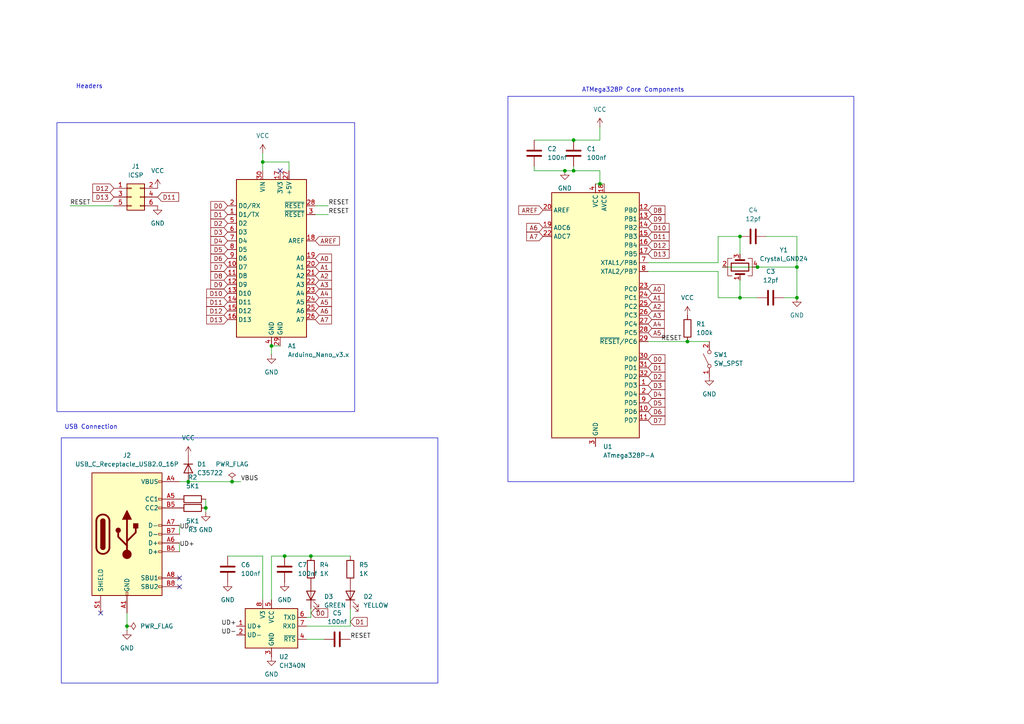
<source format=kicad_sch>
(kicad_sch
	(version 20231120)
	(generator "eeschema")
	(generator_version "8.0")
	(uuid "a5abd3a5-01cb-45d8-8036-88390def1db4")
	(paper "A4")
	(lib_symbols
		(symbol "0ch340n:CH340N"
			(exclude_from_sim no)
			(in_bom yes)
			(on_board yes)
			(property "Reference" "U3"
				(at 1.9559 -1.27 0)
				(effects
					(font
						(size 1.27 1.27)
					)
					(justify left)
				)
			)
			(property "Value" "CH340N"
				(at -8.89 -1.27 0)
				(effects
					(font
						(size 1.27 1.27)
					)
					(justify left)
				)
			)
			(property "Footprint" "Package_SO:SOP-8_3.9x4.9mm_P1.27mm"
				(at 1.27 -13.97 0)
				(effects
					(font
						(size 1.27 1.27)
					)
					(justify left)
					(hide yes)
				)
			)
			(property "Datasheet" "https://datasheet.lcsc.com/szlcsc/Jiangsu-Qin-Heng-CH340C_C84681.pdf"
				(at -8.89 20.32 0)
				(effects
					(font
						(size 1.27 1.27)
					)
					(hide yes)
				)
			)
			(property "Description" "USB serial converter, UART, SOP-8"
				(at 0 0 0)
				(effects
					(font
						(size 1.27 1.27)
					)
					(hide yes)
				)
			)
			(property "LCSC" "C2977777"
				(at 0 0 0)
				(effects
					(font
						(size 1.27 1.27)
					)
					(hide yes)
				)
			)
			(property "ki_keywords" "USB UART Serial Converter Interface"
				(at 0 0 0)
				(effects
					(font
						(size 1.27 1.27)
					)
					(hide yes)
				)
			)
			(property "ki_fp_filters" "SOP*3.9x4.9mm*P1.27mm*"
				(at 0 0 0)
				(effects
					(font
						(size 1.27 1.27)
					)
					(hide yes)
				)
			)
			(symbol "CH340N_0_1"
				(rectangle
					(start -7.62 12.7)
					(end 7.62 1.27)
					(stroke
						(width 0.254)
						(type default)
					)
					(fill
						(type background)
					)
				)
			)
			(symbol "CH340N_1_1"
				(pin bidirectional line
					(at -10.16 7.62 0)
					(length 2.54)
					(name "UD+"
						(effects
							(font
								(size 1.27 1.27)
							)
						)
					)
					(number "1"
						(effects
							(font
								(size 1.27 1.27)
							)
						)
					)
				)
				(pin bidirectional line
					(at -10.16 5.08 0)
					(length 2.54)
					(name "UD-"
						(effects
							(font
								(size 1.27 1.27)
							)
						)
					)
					(number "2"
						(effects
							(font
								(size 1.27 1.27)
							)
						)
					)
				)
				(pin power_in line
					(at 0 -1.27 90)
					(length 2.54)
					(name "GND"
						(effects
							(font
								(size 1.27 1.27)
							)
						)
					)
					(number "3"
						(effects
							(font
								(size 1.27 1.27)
							)
						)
					)
				)
				(pin output line
					(at 10.16 3.81 180)
					(length 2.54)
					(name "~{RTS}"
						(effects
							(font
								(size 1.27 1.27)
							)
						)
					)
					(number "4"
						(effects
							(font
								(size 1.27 1.27)
							)
						)
					)
				)
				(pin power_in line
					(at 0 15.24 270)
					(length 2.54)
					(name "VCC"
						(effects
							(font
								(size 1.27 1.27)
							)
						)
					)
					(number "5"
						(effects
							(font
								(size 1.27 1.27)
							)
						)
					)
				)
				(pin output line
					(at 10.16 10.16 180)
					(length 2.54)
					(name "TXD"
						(effects
							(font
								(size 1.27 1.27)
							)
						)
					)
					(number "6"
						(effects
							(font
								(size 1.27 1.27)
							)
						)
					)
				)
				(pin input line
					(at 10.16 7.62 180)
					(length 2.54)
					(name "RXD"
						(effects
							(font
								(size 1.27 1.27)
							)
						)
					)
					(number "7"
						(effects
							(font
								(size 1.27 1.27)
							)
						)
					)
				)
				(pin passive line
					(at -2.54 15.24 270)
					(length 2.54)
					(name "V3"
						(effects
							(font
								(size 1.27 1.27)
							)
						)
					)
					(number "8"
						(effects
							(font
								(size 1.27 1.27)
							)
						)
					)
				)
			)
		)
		(symbol "Connector:USB_C_Receptacle_USB2.0_16P"
			(pin_names
				(offset 1.016)
			)
			(exclude_from_sim no)
			(in_bom yes)
			(on_board yes)
			(property "Reference" "J"
				(at 0 22.225 0)
				(effects
					(font
						(size 1.27 1.27)
					)
				)
			)
			(property "Value" "USB_C_Receptacle_USB2.0_16P"
				(at 0 19.685 0)
				(effects
					(font
						(size 1.27 1.27)
					)
				)
			)
			(property "Footprint" ""
				(at 3.81 0 0)
				(effects
					(font
						(size 1.27 1.27)
					)
					(hide yes)
				)
			)
			(property "Datasheet" "https://www.usb.org/sites/default/files/documents/usb_type-c.zip"
				(at 3.81 0 0)
				(effects
					(font
						(size 1.27 1.27)
					)
					(hide yes)
				)
			)
			(property "Description" "USB 2.0-only 16P Type-C Receptacle connector"
				(at 0 0 0)
				(effects
					(font
						(size 1.27 1.27)
					)
					(hide yes)
				)
			)
			(property "ki_keywords" "usb universal serial bus type-C USB2.0"
				(at 0 0 0)
				(effects
					(font
						(size 1.27 1.27)
					)
					(hide yes)
				)
			)
			(property "ki_fp_filters" "USB*C*Receptacle*"
				(at 0 0 0)
				(effects
					(font
						(size 1.27 1.27)
					)
					(hide yes)
				)
			)
			(symbol "USB_C_Receptacle_USB2.0_16P_0_0"
				(rectangle
					(start -0.254 -17.78)
					(end 0.254 -16.764)
					(stroke
						(width 0)
						(type default)
					)
					(fill
						(type none)
					)
				)
				(rectangle
					(start 10.16 -14.986)
					(end 9.144 -15.494)
					(stroke
						(width 0)
						(type default)
					)
					(fill
						(type none)
					)
				)
				(rectangle
					(start 10.16 -12.446)
					(end 9.144 -12.954)
					(stroke
						(width 0)
						(type default)
					)
					(fill
						(type none)
					)
				)
				(rectangle
					(start 10.16 -4.826)
					(end 9.144 -5.334)
					(stroke
						(width 0)
						(type default)
					)
					(fill
						(type none)
					)
				)
				(rectangle
					(start 10.16 -2.286)
					(end 9.144 -2.794)
					(stroke
						(width 0)
						(type default)
					)
					(fill
						(type none)
					)
				)
				(rectangle
					(start 10.16 0.254)
					(end 9.144 -0.254)
					(stroke
						(width 0)
						(type default)
					)
					(fill
						(type none)
					)
				)
				(rectangle
					(start 10.16 2.794)
					(end 9.144 2.286)
					(stroke
						(width 0)
						(type default)
					)
					(fill
						(type none)
					)
				)
				(rectangle
					(start 10.16 7.874)
					(end 9.144 7.366)
					(stroke
						(width 0)
						(type default)
					)
					(fill
						(type none)
					)
				)
				(rectangle
					(start 10.16 10.414)
					(end 9.144 9.906)
					(stroke
						(width 0)
						(type default)
					)
					(fill
						(type none)
					)
				)
				(rectangle
					(start 10.16 15.494)
					(end 9.144 14.986)
					(stroke
						(width 0)
						(type default)
					)
					(fill
						(type none)
					)
				)
			)
			(symbol "USB_C_Receptacle_USB2.0_16P_0_1"
				(rectangle
					(start -10.16 17.78)
					(end 10.16 -17.78)
					(stroke
						(width 0.254)
						(type default)
					)
					(fill
						(type background)
					)
				)
				(arc
					(start -8.89 -3.81)
					(mid -6.985 -5.7067)
					(end -5.08 -3.81)
					(stroke
						(width 0.508)
						(type default)
					)
					(fill
						(type none)
					)
				)
				(arc
					(start -7.62 -3.81)
					(mid -6.985 -4.4423)
					(end -6.35 -3.81)
					(stroke
						(width 0.254)
						(type default)
					)
					(fill
						(type none)
					)
				)
				(arc
					(start -7.62 -3.81)
					(mid -6.985 -4.4423)
					(end -6.35 -3.81)
					(stroke
						(width 0.254)
						(type default)
					)
					(fill
						(type outline)
					)
				)
				(rectangle
					(start -7.62 -3.81)
					(end -6.35 3.81)
					(stroke
						(width 0.254)
						(type default)
					)
					(fill
						(type outline)
					)
				)
				(arc
					(start -6.35 3.81)
					(mid -6.985 4.4423)
					(end -7.62 3.81)
					(stroke
						(width 0.254)
						(type default)
					)
					(fill
						(type none)
					)
				)
				(arc
					(start -6.35 3.81)
					(mid -6.985 4.4423)
					(end -7.62 3.81)
					(stroke
						(width 0.254)
						(type default)
					)
					(fill
						(type outline)
					)
				)
				(arc
					(start -5.08 3.81)
					(mid -6.985 5.7067)
					(end -8.89 3.81)
					(stroke
						(width 0.508)
						(type default)
					)
					(fill
						(type none)
					)
				)
				(circle
					(center -2.54 1.143)
					(radius 0.635)
					(stroke
						(width 0.254)
						(type default)
					)
					(fill
						(type outline)
					)
				)
				(circle
					(center 0 -5.842)
					(radius 1.27)
					(stroke
						(width 0)
						(type default)
					)
					(fill
						(type outline)
					)
				)
				(polyline
					(pts
						(xy -8.89 -3.81) (xy -8.89 3.81)
					)
					(stroke
						(width 0.508)
						(type default)
					)
					(fill
						(type none)
					)
				)
				(polyline
					(pts
						(xy -5.08 3.81) (xy -5.08 -3.81)
					)
					(stroke
						(width 0.508)
						(type default)
					)
					(fill
						(type none)
					)
				)
				(polyline
					(pts
						(xy 0 -5.842) (xy 0 4.318)
					)
					(stroke
						(width 0.508)
						(type default)
					)
					(fill
						(type none)
					)
				)
				(polyline
					(pts
						(xy 0 -3.302) (xy -2.54 -0.762) (xy -2.54 0.508)
					)
					(stroke
						(width 0.508)
						(type default)
					)
					(fill
						(type none)
					)
				)
				(polyline
					(pts
						(xy 0 -2.032) (xy 2.54 0.508) (xy 2.54 1.778)
					)
					(stroke
						(width 0.508)
						(type default)
					)
					(fill
						(type none)
					)
				)
				(polyline
					(pts
						(xy -1.27 4.318) (xy 0 6.858) (xy 1.27 4.318) (xy -1.27 4.318)
					)
					(stroke
						(width 0.254)
						(type default)
					)
					(fill
						(type outline)
					)
				)
				(rectangle
					(start 1.905 1.778)
					(end 3.175 3.048)
					(stroke
						(width 0.254)
						(type default)
					)
					(fill
						(type outline)
					)
				)
			)
			(symbol "USB_C_Receptacle_USB2.0_16P_1_1"
				(pin passive line
					(at 0 -22.86 90)
					(length 5.08)
					(name "GND"
						(effects
							(font
								(size 1.27 1.27)
							)
						)
					)
					(number "A1"
						(effects
							(font
								(size 1.27 1.27)
							)
						)
					)
				)
				(pin passive line
					(at 0 -22.86 90)
					(length 5.08) hide
					(name "GND"
						(effects
							(font
								(size 1.27 1.27)
							)
						)
					)
					(number "A12"
						(effects
							(font
								(size 1.27 1.27)
							)
						)
					)
				)
				(pin passive line
					(at 15.24 15.24 180)
					(length 5.08)
					(name "VBUS"
						(effects
							(font
								(size 1.27 1.27)
							)
						)
					)
					(number "A4"
						(effects
							(font
								(size 1.27 1.27)
							)
						)
					)
				)
				(pin bidirectional line
					(at 15.24 10.16 180)
					(length 5.08)
					(name "CC1"
						(effects
							(font
								(size 1.27 1.27)
							)
						)
					)
					(number "A5"
						(effects
							(font
								(size 1.27 1.27)
							)
						)
					)
				)
				(pin bidirectional line
					(at 15.24 -2.54 180)
					(length 5.08)
					(name "D+"
						(effects
							(font
								(size 1.27 1.27)
							)
						)
					)
					(number "A6"
						(effects
							(font
								(size 1.27 1.27)
							)
						)
					)
				)
				(pin bidirectional line
					(at 15.24 2.54 180)
					(length 5.08)
					(name "D-"
						(effects
							(font
								(size 1.27 1.27)
							)
						)
					)
					(number "A7"
						(effects
							(font
								(size 1.27 1.27)
							)
						)
					)
				)
				(pin bidirectional line
					(at 15.24 -12.7 180)
					(length 5.08)
					(name "SBU1"
						(effects
							(font
								(size 1.27 1.27)
							)
						)
					)
					(number "A8"
						(effects
							(font
								(size 1.27 1.27)
							)
						)
					)
				)
				(pin passive line
					(at 15.24 15.24 180)
					(length 5.08) hide
					(name "VBUS"
						(effects
							(font
								(size 1.27 1.27)
							)
						)
					)
					(number "A9"
						(effects
							(font
								(size 1.27 1.27)
							)
						)
					)
				)
				(pin passive line
					(at 0 -22.86 90)
					(length 5.08) hide
					(name "GND"
						(effects
							(font
								(size 1.27 1.27)
							)
						)
					)
					(number "B1"
						(effects
							(font
								(size 1.27 1.27)
							)
						)
					)
				)
				(pin passive line
					(at 0 -22.86 90)
					(length 5.08) hide
					(name "GND"
						(effects
							(font
								(size 1.27 1.27)
							)
						)
					)
					(number "B12"
						(effects
							(font
								(size 1.27 1.27)
							)
						)
					)
				)
				(pin passive line
					(at 15.24 15.24 180)
					(length 5.08) hide
					(name "VBUS"
						(effects
							(font
								(size 1.27 1.27)
							)
						)
					)
					(number "B4"
						(effects
							(font
								(size 1.27 1.27)
							)
						)
					)
				)
				(pin bidirectional line
					(at 15.24 7.62 180)
					(length 5.08)
					(name "CC2"
						(effects
							(font
								(size 1.27 1.27)
							)
						)
					)
					(number "B5"
						(effects
							(font
								(size 1.27 1.27)
							)
						)
					)
				)
				(pin bidirectional line
					(at 15.24 -5.08 180)
					(length 5.08)
					(name "D+"
						(effects
							(font
								(size 1.27 1.27)
							)
						)
					)
					(number "B6"
						(effects
							(font
								(size 1.27 1.27)
							)
						)
					)
				)
				(pin bidirectional line
					(at 15.24 0 180)
					(length 5.08)
					(name "D-"
						(effects
							(font
								(size 1.27 1.27)
							)
						)
					)
					(number "B7"
						(effects
							(font
								(size 1.27 1.27)
							)
						)
					)
				)
				(pin bidirectional line
					(at 15.24 -15.24 180)
					(length 5.08)
					(name "SBU2"
						(effects
							(font
								(size 1.27 1.27)
							)
						)
					)
					(number "B8"
						(effects
							(font
								(size 1.27 1.27)
							)
						)
					)
				)
				(pin passive line
					(at 15.24 15.24 180)
					(length 5.08) hide
					(name "VBUS"
						(effects
							(font
								(size 1.27 1.27)
							)
						)
					)
					(number "B9"
						(effects
							(font
								(size 1.27 1.27)
							)
						)
					)
				)
				(pin passive line
					(at -7.62 -22.86 90)
					(length 5.08)
					(name "SHIELD"
						(effects
							(font
								(size 1.27 1.27)
							)
						)
					)
					(number "S1"
						(effects
							(font
								(size 1.27 1.27)
							)
						)
					)
				)
			)
		)
		(symbol "Connector_Generic:Conn_02x03_Odd_Even"
			(pin_names
				(offset 1.016) hide)
			(exclude_from_sim no)
			(in_bom yes)
			(on_board yes)
			(property "Reference" "J"
				(at 1.27 5.08 0)
				(effects
					(font
						(size 1.27 1.27)
					)
				)
			)
			(property "Value" "Conn_02x03_Odd_Even"
				(at 1.27 -5.08 0)
				(effects
					(font
						(size 1.27 1.27)
					)
				)
			)
			(property "Footprint" ""
				(at 0 0 0)
				(effects
					(font
						(size 1.27 1.27)
					)
					(hide yes)
				)
			)
			(property "Datasheet" "~"
				(at 0 0 0)
				(effects
					(font
						(size 1.27 1.27)
					)
					(hide yes)
				)
			)
			(property "Description" "Generic connector, double row, 02x03, odd/even pin numbering scheme (row 1 odd numbers, row 2 even numbers), script generated (kicad-library-utils/schlib/autogen/connector/)"
				(at 0 0 0)
				(effects
					(font
						(size 1.27 1.27)
					)
					(hide yes)
				)
			)
			(property "ki_keywords" "connector"
				(at 0 0 0)
				(effects
					(font
						(size 1.27 1.27)
					)
					(hide yes)
				)
			)
			(property "ki_fp_filters" "Connector*:*_2x??_*"
				(at 0 0 0)
				(effects
					(font
						(size 1.27 1.27)
					)
					(hide yes)
				)
			)
			(symbol "Conn_02x03_Odd_Even_1_1"
				(rectangle
					(start -1.27 -2.413)
					(end 0 -2.667)
					(stroke
						(width 0.1524)
						(type default)
					)
					(fill
						(type none)
					)
				)
				(rectangle
					(start -1.27 0.127)
					(end 0 -0.127)
					(stroke
						(width 0.1524)
						(type default)
					)
					(fill
						(type none)
					)
				)
				(rectangle
					(start -1.27 2.667)
					(end 0 2.413)
					(stroke
						(width 0.1524)
						(type default)
					)
					(fill
						(type none)
					)
				)
				(rectangle
					(start -1.27 3.81)
					(end 3.81 -3.81)
					(stroke
						(width 0.254)
						(type default)
					)
					(fill
						(type background)
					)
				)
				(rectangle
					(start 3.81 -2.413)
					(end 2.54 -2.667)
					(stroke
						(width 0.1524)
						(type default)
					)
					(fill
						(type none)
					)
				)
				(rectangle
					(start 3.81 0.127)
					(end 2.54 -0.127)
					(stroke
						(width 0.1524)
						(type default)
					)
					(fill
						(type none)
					)
				)
				(rectangle
					(start 3.81 2.667)
					(end 2.54 2.413)
					(stroke
						(width 0.1524)
						(type default)
					)
					(fill
						(type none)
					)
				)
				(pin passive line
					(at -5.08 2.54 0)
					(length 3.81)
					(name "Pin_1"
						(effects
							(font
								(size 1.27 1.27)
							)
						)
					)
					(number "1"
						(effects
							(font
								(size 1.27 1.27)
							)
						)
					)
				)
				(pin passive line
					(at 7.62 2.54 180)
					(length 3.81)
					(name "Pin_2"
						(effects
							(font
								(size 1.27 1.27)
							)
						)
					)
					(number "2"
						(effects
							(font
								(size 1.27 1.27)
							)
						)
					)
				)
				(pin passive line
					(at -5.08 0 0)
					(length 3.81)
					(name "Pin_3"
						(effects
							(font
								(size 1.27 1.27)
							)
						)
					)
					(number "3"
						(effects
							(font
								(size 1.27 1.27)
							)
						)
					)
				)
				(pin passive line
					(at 7.62 0 180)
					(length 3.81)
					(name "Pin_4"
						(effects
							(font
								(size 1.27 1.27)
							)
						)
					)
					(number "4"
						(effects
							(font
								(size 1.27 1.27)
							)
						)
					)
				)
				(pin passive line
					(at -5.08 -2.54 0)
					(length 3.81)
					(name "Pin_5"
						(effects
							(font
								(size 1.27 1.27)
							)
						)
					)
					(number "5"
						(effects
							(font
								(size 1.27 1.27)
							)
						)
					)
				)
				(pin passive line
					(at 7.62 -2.54 180)
					(length 3.81)
					(name "Pin_6"
						(effects
							(font
								(size 1.27 1.27)
							)
						)
					)
					(number "6"
						(effects
							(font
								(size 1.27 1.27)
							)
						)
					)
				)
			)
		)
		(symbol "Device:C"
			(pin_numbers hide)
			(pin_names
				(offset 0.254)
			)
			(exclude_from_sim no)
			(in_bom yes)
			(on_board yes)
			(property "Reference" "C"
				(at 0.635 2.54 0)
				(effects
					(font
						(size 1.27 1.27)
					)
					(justify left)
				)
			)
			(property "Value" "C"
				(at 0.635 -2.54 0)
				(effects
					(font
						(size 1.27 1.27)
					)
					(justify left)
				)
			)
			(property "Footprint" ""
				(at 0.9652 -3.81 0)
				(effects
					(font
						(size 1.27 1.27)
					)
					(hide yes)
				)
			)
			(property "Datasheet" "~"
				(at 0 0 0)
				(effects
					(font
						(size 1.27 1.27)
					)
					(hide yes)
				)
			)
			(property "Description" "Unpolarized capacitor"
				(at 0 0 0)
				(effects
					(font
						(size 1.27 1.27)
					)
					(hide yes)
				)
			)
			(property "ki_keywords" "cap capacitor"
				(at 0 0 0)
				(effects
					(font
						(size 1.27 1.27)
					)
					(hide yes)
				)
			)
			(property "ki_fp_filters" "C_*"
				(at 0 0 0)
				(effects
					(font
						(size 1.27 1.27)
					)
					(hide yes)
				)
			)
			(symbol "C_0_1"
				(polyline
					(pts
						(xy -2.032 -0.762) (xy 2.032 -0.762)
					)
					(stroke
						(width 0.508)
						(type default)
					)
					(fill
						(type none)
					)
				)
				(polyline
					(pts
						(xy -2.032 0.762) (xy 2.032 0.762)
					)
					(stroke
						(width 0.508)
						(type default)
					)
					(fill
						(type none)
					)
				)
			)
			(symbol "C_1_1"
				(pin passive line
					(at 0 3.81 270)
					(length 2.794)
					(name "~"
						(effects
							(font
								(size 1.27 1.27)
							)
						)
					)
					(number "1"
						(effects
							(font
								(size 1.27 1.27)
							)
						)
					)
				)
				(pin passive line
					(at 0 -3.81 90)
					(length 2.794)
					(name "~"
						(effects
							(font
								(size 1.27 1.27)
							)
						)
					)
					(number "2"
						(effects
							(font
								(size 1.27 1.27)
							)
						)
					)
				)
			)
		)
		(symbol "Device:Crystal_GND24"
			(pin_names
				(offset 1.016) hide)
			(exclude_from_sim no)
			(in_bom yes)
			(on_board yes)
			(property "Reference" "Y"
				(at 3.175 5.08 0)
				(effects
					(font
						(size 1.27 1.27)
					)
					(justify left)
				)
			)
			(property "Value" "Crystal_GND24"
				(at 3.175 3.175 0)
				(effects
					(font
						(size 1.27 1.27)
					)
					(justify left)
				)
			)
			(property "Footprint" ""
				(at 0 0 0)
				(effects
					(font
						(size 1.27 1.27)
					)
					(hide yes)
				)
			)
			(property "Datasheet" "~"
				(at 0 0 0)
				(effects
					(font
						(size 1.27 1.27)
					)
					(hide yes)
				)
			)
			(property "Description" "Four pin crystal, GND on pins 2 and 4"
				(at 0 0 0)
				(effects
					(font
						(size 1.27 1.27)
					)
					(hide yes)
				)
			)
			(property "ki_keywords" "quartz ceramic resonator oscillator"
				(at 0 0 0)
				(effects
					(font
						(size 1.27 1.27)
					)
					(hide yes)
				)
			)
			(property "ki_fp_filters" "Crystal*"
				(at 0 0 0)
				(effects
					(font
						(size 1.27 1.27)
					)
					(hide yes)
				)
			)
			(symbol "Crystal_GND24_0_1"
				(rectangle
					(start -1.143 2.54)
					(end 1.143 -2.54)
					(stroke
						(width 0.3048)
						(type default)
					)
					(fill
						(type none)
					)
				)
				(polyline
					(pts
						(xy -2.54 0) (xy -2.032 0)
					)
					(stroke
						(width 0)
						(type default)
					)
					(fill
						(type none)
					)
				)
				(polyline
					(pts
						(xy -2.032 -1.27) (xy -2.032 1.27)
					)
					(stroke
						(width 0.508)
						(type default)
					)
					(fill
						(type none)
					)
				)
				(polyline
					(pts
						(xy 0 -3.81) (xy 0 -3.556)
					)
					(stroke
						(width 0)
						(type default)
					)
					(fill
						(type none)
					)
				)
				(polyline
					(pts
						(xy 0 3.556) (xy 0 3.81)
					)
					(stroke
						(width 0)
						(type default)
					)
					(fill
						(type none)
					)
				)
				(polyline
					(pts
						(xy 2.032 -1.27) (xy 2.032 1.27)
					)
					(stroke
						(width 0.508)
						(type default)
					)
					(fill
						(type none)
					)
				)
				(polyline
					(pts
						(xy 2.032 0) (xy 2.54 0)
					)
					(stroke
						(width 0)
						(type default)
					)
					(fill
						(type none)
					)
				)
				(polyline
					(pts
						(xy -2.54 -2.286) (xy -2.54 -3.556) (xy 2.54 -3.556) (xy 2.54 -2.286)
					)
					(stroke
						(width 0)
						(type default)
					)
					(fill
						(type none)
					)
				)
				(polyline
					(pts
						(xy -2.54 2.286) (xy -2.54 3.556) (xy 2.54 3.556) (xy 2.54 2.286)
					)
					(stroke
						(width 0)
						(type default)
					)
					(fill
						(type none)
					)
				)
			)
			(symbol "Crystal_GND24_1_1"
				(pin passive line
					(at -3.81 0 0)
					(length 1.27)
					(name "1"
						(effects
							(font
								(size 1.27 1.27)
							)
						)
					)
					(number "1"
						(effects
							(font
								(size 1.27 1.27)
							)
						)
					)
				)
				(pin passive line
					(at 0 5.08 270)
					(length 1.27)
					(name "2"
						(effects
							(font
								(size 1.27 1.27)
							)
						)
					)
					(number "2"
						(effects
							(font
								(size 1.27 1.27)
							)
						)
					)
				)
				(pin passive line
					(at 3.81 0 180)
					(length 1.27)
					(name "3"
						(effects
							(font
								(size 1.27 1.27)
							)
						)
					)
					(number "3"
						(effects
							(font
								(size 1.27 1.27)
							)
						)
					)
				)
				(pin passive line
					(at 0 -5.08 90)
					(length 1.27)
					(name "4"
						(effects
							(font
								(size 1.27 1.27)
							)
						)
					)
					(number "4"
						(effects
							(font
								(size 1.27 1.27)
							)
						)
					)
				)
			)
		)
		(symbol "Device:D"
			(pin_numbers hide)
			(pin_names
				(offset 1.016) hide)
			(exclude_from_sim no)
			(in_bom yes)
			(on_board yes)
			(property "Reference" "D"
				(at 0 2.54 0)
				(effects
					(font
						(size 1.27 1.27)
					)
				)
			)
			(property "Value" "D"
				(at 0 -2.54 0)
				(effects
					(font
						(size 1.27 1.27)
					)
				)
			)
			(property "Footprint" ""
				(at 0 0 0)
				(effects
					(font
						(size 1.27 1.27)
					)
					(hide yes)
				)
			)
			(property "Datasheet" "~"
				(at 0 0 0)
				(effects
					(font
						(size 1.27 1.27)
					)
					(hide yes)
				)
			)
			(property "Description" "Diode"
				(at 0 0 0)
				(effects
					(font
						(size 1.27 1.27)
					)
					(hide yes)
				)
			)
			(property "Sim.Device" "D"
				(at 0 0 0)
				(effects
					(font
						(size 1.27 1.27)
					)
					(hide yes)
				)
			)
			(property "Sim.Pins" "1=K 2=A"
				(at 0 0 0)
				(effects
					(font
						(size 1.27 1.27)
					)
					(hide yes)
				)
			)
			(property "ki_keywords" "diode"
				(at 0 0 0)
				(effects
					(font
						(size 1.27 1.27)
					)
					(hide yes)
				)
			)
			(property "ki_fp_filters" "TO-???* *_Diode_* *SingleDiode* D_*"
				(at 0 0 0)
				(effects
					(font
						(size 1.27 1.27)
					)
					(hide yes)
				)
			)
			(symbol "D_0_1"
				(polyline
					(pts
						(xy -1.27 1.27) (xy -1.27 -1.27)
					)
					(stroke
						(width 0.254)
						(type default)
					)
					(fill
						(type none)
					)
				)
				(polyline
					(pts
						(xy 1.27 0) (xy -1.27 0)
					)
					(stroke
						(width 0)
						(type default)
					)
					(fill
						(type none)
					)
				)
				(polyline
					(pts
						(xy 1.27 1.27) (xy 1.27 -1.27) (xy -1.27 0) (xy 1.27 1.27)
					)
					(stroke
						(width 0.254)
						(type default)
					)
					(fill
						(type none)
					)
				)
			)
			(symbol "D_1_1"
				(pin passive line
					(at -3.81 0 0)
					(length 2.54)
					(name "K"
						(effects
							(font
								(size 1.27 1.27)
							)
						)
					)
					(number "1"
						(effects
							(font
								(size 1.27 1.27)
							)
						)
					)
				)
				(pin passive line
					(at 3.81 0 180)
					(length 2.54)
					(name "A"
						(effects
							(font
								(size 1.27 1.27)
							)
						)
					)
					(number "2"
						(effects
							(font
								(size 1.27 1.27)
							)
						)
					)
				)
			)
		)
		(symbol "Device:LED"
			(pin_numbers hide)
			(pin_names
				(offset 1.016) hide)
			(exclude_from_sim no)
			(in_bom yes)
			(on_board yes)
			(property "Reference" "D"
				(at 0 2.54 0)
				(effects
					(font
						(size 1.27 1.27)
					)
				)
			)
			(property "Value" "LED"
				(at 0 -2.54 0)
				(effects
					(font
						(size 1.27 1.27)
					)
				)
			)
			(property "Footprint" ""
				(at 0 0 0)
				(effects
					(font
						(size 1.27 1.27)
					)
					(hide yes)
				)
			)
			(property "Datasheet" "~"
				(at 0 0 0)
				(effects
					(font
						(size 1.27 1.27)
					)
					(hide yes)
				)
			)
			(property "Description" "Light emitting diode"
				(at 0 0 0)
				(effects
					(font
						(size 1.27 1.27)
					)
					(hide yes)
				)
			)
			(property "ki_keywords" "LED diode"
				(at 0 0 0)
				(effects
					(font
						(size 1.27 1.27)
					)
					(hide yes)
				)
			)
			(property "ki_fp_filters" "LED* LED_SMD:* LED_THT:*"
				(at 0 0 0)
				(effects
					(font
						(size 1.27 1.27)
					)
					(hide yes)
				)
			)
			(symbol "LED_0_1"
				(polyline
					(pts
						(xy -1.27 -1.27) (xy -1.27 1.27)
					)
					(stroke
						(width 0.254)
						(type default)
					)
					(fill
						(type none)
					)
				)
				(polyline
					(pts
						(xy -1.27 0) (xy 1.27 0)
					)
					(stroke
						(width 0)
						(type default)
					)
					(fill
						(type none)
					)
				)
				(polyline
					(pts
						(xy 1.27 -1.27) (xy 1.27 1.27) (xy -1.27 0) (xy 1.27 -1.27)
					)
					(stroke
						(width 0.254)
						(type default)
					)
					(fill
						(type none)
					)
				)
				(polyline
					(pts
						(xy -3.048 -0.762) (xy -4.572 -2.286) (xy -3.81 -2.286) (xy -4.572 -2.286) (xy -4.572 -1.524)
					)
					(stroke
						(width 0)
						(type default)
					)
					(fill
						(type none)
					)
				)
				(polyline
					(pts
						(xy -1.778 -0.762) (xy -3.302 -2.286) (xy -2.54 -2.286) (xy -3.302 -2.286) (xy -3.302 -1.524)
					)
					(stroke
						(width 0)
						(type default)
					)
					(fill
						(type none)
					)
				)
			)
			(symbol "LED_1_1"
				(pin passive line
					(at -3.81 0 0)
					(length 2.54)
					(name "K"
						(effects
							(font
								(size 1.27 1.27)
							)
						)
					)
					(number "1"
						(effects
							(font
								(size 1.27 1.27)
							)
						)
					)
				)
				(pin passive line
					(at 3.81 0 180)
					(length 2.54)
					(name "A"
						(effects
							(font
								(size 1.27 1.27)
							)
						)
					)
					(number "2"
						(effects
							(font
								(size 1.27 1.27)
							)
						)
					)
				)
			)
		)
		(symbol "Device:R"
			(pin_numbers hide)
			(pin_names
				(offset 0)
			)
			(exclude_from_sim no)
			(in_bom yes)
			(on_board yes)
			(property "Reference" "R"
				(at 2.032 0 90)
				(effects
					(font
						(size 1.27 1.27)
					)
				)
			)
			(property "Value" "R"
				(at 0 0 90)
				(effects
					(font
						(size 1.27 1.27)
					)
				)
			)
			(property "Footprint" ""
				(at -1.778 0 90)
				(effects
					(font
						(size 1.27 1.27)
					)
					(hide yes)
				)
			)
			(property "Datasheet" "~"
				(at 0 0 0)
				(effects
					(font
						(size 1.27 1.27)
					)
					(hide yes)
				)
			)
			(property "Description" "Resistor"
				(at 0 0 0)
				(effects
					(font
						(size 1.27 1.27)
					)
					(hide yes)
				)
			)
			(property "ki_keywords" "R res resistor"
				(at 0 0 0)
				(effects
					(font
						(size 1.27 1.27)
					)
					(hide yes)
				)
			)
			(property "ki_fp_filters" "R_*"
				(at 0 0 0)
				(effects
					(font
						(size 1.27 1.27)
					)
					(hide yes)
				)
			)
			(symbol "R_0_1"
				(rectangle
					(start -1.016 -2.54)
					(end 1.016 2.54)
					(stroke
						(width 0.254)
						(type default)
					)
					(fill
						(type none)
					)
				)
			)
			(symbol "R_1_1"
				(pin passive line
					(at 0 3.81 270)
					(length 1.27)
					(name "~"
						(effects
							(font
								(size 1.27 1.27)
							)
						)
					)
					(number "1"
						(effects
							(font
								(size 1.27 1.27)
							)
						)
					)
				)
				(pin passive line
					(at 0 -3.81 90)
					(length 1.27)
					(name "~"
						(effects
							(font
								(size 1.27 1.27)
							)
						)
					)
					(number "2"
						(effects
							(font
								(size 1.27 1.27)
							)
						)
					)
				)
			)
		)
		(symbol "MCU_Microchip_ATmega:ATmega328P-A"
			(exclude_from_sim no)
			(in_bom yes)
			(on_board yes)
			(property "Reference" "U"
				(at -12.7 36.83 0)
				(effects
					(font
						(size 1.27 1.27)
					)
					(justify left bottom)
				)
			)
			(property "Value" "ATmega328P-A"
				(at 2.54 -36.83 0)
				(effects
					(font
						(size 1.27 1.27)
					)
					(justify left top)
				)
			)
			(property "Footprint" "Package_QFP:TQFP-32_7x7mm_P0.8mm"
				(at 0 0 0)
				(effects
					(font
						(size 1.27 1.27)
						(italic yes)
					)
					(hide yes)
				)
			)
			(property "Datasheet" "http://ww1.microchip.com/downloads/en/DeviceDoc/ATmega328_P%20AVR%20MCU%20with%20picoPower%20Technology%20Data%20Sheet%2040001984A.pdf"
				(at 0 0 0)
				(effects
					(font
						(size 1.27 1.27)
					)
					(hide yes)
				)
			)
			(property "Description" "20MHz, 32kB Flash, 2kB SRAM, 1kB EEPROM, TQFP-32"
				(at 0 0 0)
				(effects
					(font
						(size 1.27 1.27)
					)
					(hide yes)
				)
			)
			(property "ki_keywords" "AVR 8bit Microcontroller MegaAVR PicoPower"
				(at 0 0 0)
				(effects
					(font
						(size 1.27 1.27)
					)
					(hide yes)
				)
			)
			(property "ki_fp_filters" "TQFP*7x7mm*P0.8mm*"
				(at 0 0 0)
				(effects
					(font
						(size 1.27 1.27)
					)
					(hide yes)
				)
			)
			(symbol "ATmega328P-A_0_1"
				(rectangle
					(start -12.7 -35.56)
					(end 12.7 35.56)
					(stroke
						(width 0.254)
						(type default)
					)
					(fill
						(type background)
					)
				)
			)
			(symbol "ATmega328P-A_1_1"
				(pin bidirectional line
					(at 15.24 -20.32 180)
					(length 2.54)
					(name "PD3"
						(effects
							(font
								(size 1.27 1.27)
							)
						)
					)
					(number "1"
						(effects
							(font
								(size 1.27 1.27)
							)
						)
					)
				)
				(pin bidirectional line
					(at 15.24 -27.94 180)
					(length 2.54)
					(name "PD6"
						(effects
							(font
								(size 1.27 1.27)
							)
						)
					)
					(number "10"
						(effects
							(font
								(size 1.27 1.27)
							)
						)
					)
				)
				(pin bidirectional line
					(at 15.24 -30.48 180)
					(length 2.54)
					(name "PD7"
						(effects
							(font
								(size 1.27 1.27)
							)
						)
					)
					(number "11"
						(effects
							(font
								(size 1.27 1.27)
							)
						)
					)
				)
				(pin bidirectional line
					(at 15.24 30.48 180)
					(length 2.54)
					(name "PB0"
						(effects
							(font
								(size 1.27 1.27)
							)
						)
					)
					(number "12"
						(effects
							(font
								(size 1.27 1.27)
							)
						)
					)
				)
				(pin bidirectional line
					(at 15.24 27.94 180)
					(length 2.54)
					(name "PB1"
						(effects
							(font
								(size 1.27 1.27)
							)
						)
					)
					(number "13"
						(effects
							(font
								(size 1.27 1.27)
							)
						)
					)
				)
				(pin bidirectional line
					(at 15.24 25.4 180)
					(length 2.54)
					(name "PB2"
						(effects
							(font
								(size 1.27 1.27)
							)
						)
					)
					(number "14"
						(effects
							(font
								(size 1.27 1.27)
							)
						)
					)
				)
				(pin bidirectional line
					(at 15.24 22.86 180)
					(length 2.54)
					(name "PB3"
						(effects
							(font
								(size 1.27 1.27)
							)
						)
					)
					(number "15"
						(effects
							(font
								(size 1.27 1.27)
							)
						)
					)
				)
				(pin bidirectional line
					(at 15.24 20.32 180)
					(length 2.54)
					(name "PB4"
						(effects
							(font
								(size 1.27 1.27)
							)
						)
					)
					(number "16"
						(effects
							(font
								(size 1.27 1.27)
							)
						)
					)
				)
				(pin bidirectional line
					(at 15.24 17.78 180)
					(length 2.54)
					(name "PB5"
						(effects
							(font
								(size 1.27 1.27)
							)
						)
					)
					(number "17"
						(effects
							(font
								(size 1.27 1.27)
							)
						)
					)
				)
				(pin power_in line
					(at 2.54 38.1 270)
					(length 2.54)
					(name "AVCC"
						(effects
							(font
								(size 1.27 1.27)
							)
						)
					)
					(number "18"
						(effects
							(font
								(size 1.27 1.27)
							)
						)
					)
				)
				(pin input line
					(at -15.24 25.4 0)
					(length 2.54)
					(name "ADC6"
						(effects
							(font
								(size 1.27 1.27)
							)
						)
					)
					(number "19"
						(effects
							(font
								(size 1.27 1.27)
							)
						)
					)
				)
				(pin bidirectional line
					(at 15.24 -22.86 180)
					(length 2.54)
					(name "PD4"
						(effects
							(font
								(size 1.27 1.27)
							)
						)
					)
					(number "2"
						(effects
							(font
								(size 1.27 1.27)
							)
						)
					)
				)
				(pin passive line
					(at -15.24 30.48 0)
					(length 2.54)
					(name "AREF"
						(effects
							(font
								(size 1.27 1.27)
							)
						)
					)
					(number "20"
						(effects
							(font
								(size 1.27 1.27)
							)
						)
					)
				)
				(pin passive line
					(at 0 -38.1 90)
					(length 2.54) hide
					(name "GND"
						(effects
							(font
								(size 1.27 1.27)
							)
						)
					)
					(number "21"
						(effects
							(font
								(size 1.27 1.27)
							)
						)
					)
				)
				(pin input line
					(at -15.24 22.86 0)
					(length 2.54)
					(name "ADC7"
						(effects
							(font
								(size 1.27 1.27)
							)
						)
					)
					(number "22"
						(effects
							(font
								(size 1.27 1.27)
							)
						)
					)
				)
				(pin bidirectional line
					(at 15.24 7.62 180)
					(length 2.54)
					(name "PC0"
						(effects
							(font
								(size 1.27 1.27)
							)
						)
					)
					(number "23"
						(effects
							(font
								(size 1.27 1.27)
							)
						)
					)
				)
				(pin bidirectional line
					(at 15.24 5.08 180)
					(length 2.54)
					(name "PC1"
						(effects
							(font
								(size 1.27 1.27)
							)
						)
					)
					(number "24"
						(effects
							(font
								(size 1.27 1.27)
							)
						)
					)
				)
				(pin bidirectional line
					(at 15.24 2.54 180)
					(length 2.54)
					(name "PC2"
						(effects
							(font
								(size 1.27 1.27)
							)
						)
					)
					(number "25"
						(effects
							(font
								(size 1.27 1.27)
							)
						)
					)
				)
				(pin bidirectional line
					(at 15.24 0 180)
					(length 2.54)
					(name "PC3"
						(effects
							(font
								(size 1.27 1.27)
							)
						)
					)
					(number "26"
						(effects
							(font
								(size 1.27 1.27)
							)
						)
					)
				)
				(pin bidirectional line
					(at 15.24 -2.54 180)
					(length 2.54)
					(name "PC4"
						(effects
							(font
								(size 1.27 1.27)
							)
						)
					)
					(number "27"
						(effects
							(font
								(size 1.27 1.27)
							)
						)
					)
				)
				(pin bidirectional line
					(at 15.24 -5.08 180)
					(length 2.54)
					(name "PC5"
						(effects
							(font
								(size 1.27 1.27)
							)
						)
					)
					(number "28"
						(effects
							(font
								(size 1.27 1.27)
							)
						)
					)
				)
				(pin bidirectional line
					(at 15.24 -7.62 180)
					(length 2.54)
					(name "~{RESET}/PC6"
						(effects
							(font
								(size 1.27 1.27)
							)
						)
					)
					(number "29"
						(effects
							(font
								(size 1.27 1.27)
							)
						)
					)
				)
				(pin power_in line
					(at 0 -38.1 90)
					(length 2.54)
					(name "GND"
						(effects
							(font
								(size 1.27 1.27)
							)
						)
					)
					(number "3"
						(effects
							(font
								(size 1.27 1.27)
							)
						)
					)
				)
				(pin bidirectional line
					(at 15.24 -12.7 180)
					(length 2.54)
					(name "PD0"
						(effects
							(font
								(size 1.27 1.27)
							)
						)
					)
					(number "30"
						(effects
							(font
								(size 1.27 1.27)
							)
						)
					)
				)
				(pin bidirectional line
					(at 15.24 -15.24 180)
					(length 2.54)
					(name "PD1"
						(effects
							(font
								(size 1.27 1.27)
							)
						)
					)
					(number "31"
						(effects
							(font
								(size 1.27 1.27)
							)
						)
					)
				)
				(pin bidirectional line
					(at 15.24 -17.78 180)
					(length 2.54)
					(name "PD2"
						(effects
							(font
								(size 1.27 1.27)
							)
						)
					)
					(number "32"
						(effects
							(font
								(size 1.27 1.27)
							)
						)
					)
				)
				(pin power_in line
					(at 0 38.1 270)
					(length 2.54)
					(name "VCC"
						(effects
							(font
								(size 1.27 1.27)
							)
						)
					)
					(number "4"
						(effects
							(font
								(size 1.27 1.27)
							)
						)
					)
				)
				(pin passive line
					(at 0 -38.1 90)
					(length 2.54) hide
					(name "GND"
						(effects
							(font
								(size 1.27 1.27)
							)
						)
					)
					(number "5"
						(effects
							(font
								(size 1.27 1.27)
							)
						)
					)
				)
				(pin passive line
					(at 0 38.1 270)
					(length 2.54) hide
					(name "VCC"
						(effects
							(font
								(size 1.27 1.27)
							)
						)
					)
					(number "6"
						(effects
							(font
								(size 1.27 1.27)
							)
						)
					)
				)
				(pin bidirectional line
					(at 15.24 15.24 180)
					(length 2.54)
					(name "XTAL1/PB6"
						(effects
							(font
								(size 1.27 1.27)
							)
						)
					)
					(number "7"
						(effects
							(font
								(size 1.27 1.27)
							)
						)
					)
				)
				(pin bidirectional line
					(at 15.24 12.7 180)
					(length 2.54)
					(name "XTAL2/PB7"
						(effects
							(font
								(size 1.27 1.27)
							)
						)
					)
					(number "8"
						(effects
							(font
								(size 1.27 1.27)
							)
						)
					)
				)
				(pin bidirectional line
					(at 15.24 -25.4 180)
					(length 2.54)
					(name "PD5"
						(effects
							(font
								(size 1.27 1.27)
							)
						)
					)
					(number "9"
						(effects
							(font
								(size 1.27 1.27)
							)
						)
					)
				)
			)
		)
		(symbol "MCU_Module:Arduino_Nano_v3.x"
			(exclude_from_sim no)
			(in_bom yes)
			(on_board yes)
			(property "Reference" "A"
				(at -10.16 23.495 0)
				(effects
					(font
						(size 1.27 1.27)
					)
					(justify left bottom)
				)
			)
			(property "Value" "Arduino_Nano_v3.x"
				(at 5.08 -24.13 0)
				(effects
					(font
						(size 1.27 1.27)
					)
					(justify left top)
				)
			)
			(property "Footprint" "Module:Arduino_Nano"
				(at 0 0 0)
				(effects
					(font
						(size 1.27 1.27)
						(italic yes)
					)
					(hide yes)
				)
			)
			(property "Datasheet" "http://www.mouser.com/pdfdocs/Gravitech_Arduino_Nano3_0.pdf"
				(at 0 0 0)
				(effects
					(font
						(size 1.27 1.27)
					)
					(hide yes)
				)
			)
			(property "Description" "Arduino Nano v3.x"
				(at 0 0 0)
				(effects
					(font
						(size 1.27 1.27)
					)
					(hide yes)
				)
			)
			(property "ki_keywords" "Arduino nano microcontroller module USB"
				(at 0 0 0)
				(effects
					(font
						(size 1.27 1.27)
					)
					(hide yes)
				)
			)
			(property "ki_fp_filters" "Arduino*Nano*"
				(at 0 0 0)
				(effects
					(font
						(size 1.27 1.27)
					)
					(hide yes)
				)
			)
			(symbol "Arduino_Nano_v3.x_0_1"
				(rectangle
					(start -10.16 22.86)
					(end 10.16 -22.86)
					(stroke
						(width 0.254)
						(type default)
					)
					(fill
						(type background)
					)
				)
			)
			(symbol "Arduino_Nano_v3.x_1_1"
				(pin bidirectional line
					(at -12.7 12.7 0)
					(length 2.54)
					(name "D1/TX"
						(effects
							(font
								(size 1.27 1.27)
							)
						)
					)
					(number "1"
						(effects
							(font
								(size 1.27 1.27)
							)
						)
					)
				)
				(pin bidirectional line
					(at -12.7 -2.54 0)
					(length 2.54)
					(name "D7"
						(effects
							(font
								(size 1.27 1.27)
							)
						)
					)
					(number "10"
						(effects
							(font
								(size 1.27 1.27)
							)
						)
					)
				)
				(pin bidirectional line
					(at -12.7 -5.08 0)
					(length 2.54)
					(name "D8"
						(effects
							(font
								(size 1.27 1.27)
							)
						)
					)
					(number "11"
						(effects
							(font
								(size 1.27 1.27)
							)
						)
					)
				)
				(pin bidirectional line
					(at -12.7 -7.62 0)
					(length 2.54)
					(name "D9"
						(effects
							(font
								(size 1.27 1.27)
							)
						)
					)
					(number "12"
						(effects
							(font
								(size 1.27 1.27)
							)
						)
					)
				)
				(pin bidirectional line
					(at -12.7 -10.16 0)
					(length 2.54)
					(name "D10"
						(effects
							(font
								(size 1.27 1.27)
							)
						)
					)
					(number "13"
						(effects
							(font
								(size 1.27 1.27)
							)
						)
					)
				)
				(pin bidirectional line
					(at -12.7 -12.7 0)
					(length 2.54)
					(name "D11"
						(effects
							(font
								(size 1.27 1.27)
							)
						)
					)
					(number "14"
						(effects
							(font
								(size 1.27 1.27)
							)
						)
					)
				)
				(pin bidirectional line
					(at -12.7 -15.24 0)
					(length 2.54)
					(name "D12"
						(effects
							(font
								(size 1.27 1.27)
							)
						)
					)
					(number "15"
						(effects
							(font
								(size 1.27 1.27)
							)
						)
					)
				)
				(pin bidirectional line
					(at -12.7 -17.78 0)
					(length 2.54)
					(name "D13"
						(effects
							(font
								(size 1.27 1.27)
							)
						)
					)
					(number "16"
						(effects
							(font
								(size 1.27 1.27)
							)
						)
					)
				)
				(pin power_out line
					(at 2.54 25.4 270)
					(length 2.54)
					(name "3V3"
						(effects
							(font
								(size 1.27 1.27)
							)
						)
					)
					(number "17"
						(effects
							(font
								(size 1.27 1.27)
							)
						)
					)
				)
				(pin input line
					(at 12.7 5.08 180)
					(length 2.54)
					(name "AREF"
						(effects
							(font
								(size 1.27 1.27)
							)
						)
					)
					(number "18"
						(effects
							(font
								(size 1.27 1.27)
							)
						)
					)
				)
				(pin bidirectional line
					(at 12.7 0 180)
					(length 2.54)
					(name "A0"
						(effects
							(font
								(size 1.27 1.27)
							)
						)
					)
					(number "19"
						(effects
							(font
								(size 1.27 1.27)
							)
						)
					)
				)
				(pin bidirectional line
					(at -12.7 15.24 0)
					(length 2.54)
					(name "D0/RX"
						(effects
							(font
								(size 1.27 1.27)
							)
						)
					)
					(number "2"
						(effects
							(font
								(size 1.27 1.27)
							)
						)
					)
				)
				(pin bidirectional line
					(at 12.7 -2.54 180)
					(length 2.54)
					(name "A1"
						(effects
							(font
								(size 1.27 1.27)
							)
						)
					)
					(number "20"
						(effects
							(font
								(size 1.27 1.27)
							)
						)
					)
				)
				(pin bidirectional line
					(at 12.7 -5.08 180)
					(length 2.54)
					(name "A2"
						(effects
							(font
								(size 1.27 1.27)
							)
						)
					)
					(number "21"
						(effects
							(font
								(size 1.27 1.27)
							)
						)
					)
				)
				(pin bidirectional line
					(at 12.7 -7.62 180)
					(length 2.54)
					(name "A3"
						(effects
							(font
								(size 1.27 1.27)
							)
						)
					)
					(number "22"
						(effects
							(font
								(size 1.27 1.27)
							)
						)
					)
				)
				(pin bidirectional line
					(at 12.7 -10.16 180)
					(length 2.54)
					(name "A4"
						(effects
							(font
								(size 1.27 1.27)
							)
						)
					)
					(number "23"
						(effects
							(font
								(size 1.27 1.27)
							)
						)
					)
				)
				(pin bidirectional line
					(at 12.7 -12.7 180)
					(length 2.54)
					(name "A5"
						(effects
							(font
								(size 1.27 1.27)
							)
						)
					)
					(number "24"
						(effects
							(font
								(size 1.27 1.27)
							)
						)
					)
				)
				(pin bidirectional line
					(at 12.7 -15.24 180)
					(length 2.54)
					(name "A6"
						(effects
							(font
								(size 1.27 1.27)
							)
						)
					)
					(number "25"
						(effects
							(font
								(size 1.27 1.27)
							)
						)
					)
				)
				(pin bidirectional line
					(at 12.7 -17.78 180)
					(length 2.54)
					(name "A7"
						(effects
							(font
								(size 1.27 1.27)
							)
						)
					)
					(number "26"
						(effects
							(font
								(size 1.27 1.27)
							)
						)
					)
				)
				(pin power_out line
					(at 5.08 25.4 270)
					(length 2.54)
					(name "+5V"
						(effects
							(font
								(size 1.27 1.27)
							)
						)
					)
					(number "27"
						(effects
							(font
								(size 1.27 1.27)
							)
						)
					)
				)
				(pin input line
					(at 12.7 15.24 180)
					(length 2.54)
					(name "~{RESET}"
						(effects
							(font
								(size 1.27 1.27)
							)
						)
					)
					(number "28"
						(effects
							(font
								(size 1.27 1.27)
							)
						)
					)
				)
				(pin power_in line
					(at 2.54 -25.4 90)
					(length 2.54)
					(name "GND"
						(effects
							(font
								(size 1.27 1.27)
							)
						)
					)
					(number "29"
						(effects
							(font
								(size 1.27 1.27)
							)
						)
					)
				)
				(pin input line
					(at 12.7 12.7 180)
					(length 2.54)
					(name "~{RESET}"
						(effects
							(font
								(size 1.27 1.27)
							)
						)
					)
					(number "3"
						(effects
							(font
								(size 1.27 1.27)
							)
						)
					)
				)
				(pin power_in line
					(at -2.54 25.4 270)
					(length 2.54)
					(name "VIN"
						(effects
							(font
								(size 1.27 1.27)
							)
						)
					)
					(number "30"
						(effects
							(font
								(size 1.27 1.27)
							)
						)
					)
				)
				(pin power_in line
					(at 0 -25.4 90)
					(length 2.54)
					(name "GND"
						(effects
							(font
								(size 1.27 1.27)
							)
						)
					)
					(number "4"
						(effects
							(font
								(size 1.27 1.27)
							)
						)
					)
				)
				(pin bidirectional line
					(at -12.7 10.16 0)
					(length 2.54)
					(name "D2"
						(effects
							(font
								(size 1.27 1.27)
							)
						)
					)
					(number "5"
						(effects
							(font
								(size 1.27 1.27)
							)
						)
					)
				)
				(pin bidirectional line
					(at -12.7 7.62 0)
					(length 2.54)
					(name "D3"
						(effects
							(font
								(size 1.27 1.27)
							)
						)
					)
					(number "6"
						(effects
							(font
								(size 1.27 1.27)
							)
						)
					)
				)
				(pin bidirectional line
					(at -12.7 5.08 0)
					(length 2.54)
					(name "D4"
						(effects
							(font
								(size 1.27 1.27)
							)
						)
					)
					(number "7"
						(effects
							(font
								(size 1.27 1.27)
							)
						)
					)
				)
				(pin bidirectional line
					(at -12.7 2.54 0)
					(length 2.54)
					(name "D5"
						(effects
							(font
								(size 1.27 1.27)
							)
						)
					)
					(number "8"
						(effects
							(font
								(size 1.27 1.27)
							)
						)
					)
				)
				(pin bidirectional line
					(at -12.7 0 0)
					(length 2.54)
					(name "D6"
						(effects
							(font
								(size 1.27 1.27)
							)
						)
					)
					(number "9"
						(effects
							(font
								(size 1.27 1.27)
							)
						)
					)
				)
			)
		)
		(symbol "Switch:SW_SPST"
			(pin_names
				(offset 0) hide)
			(exclude_from_sim no)
			(in_bom yes)
			(on_board yes)
			(property "Reference" "SW"
				(at 0 3.175 0)
				(effects
					(font
						(size 1.27 1.27)
					)
				)
			)
			(property "Value" "SW_SPST"
				(at 0 -2.54 0)
				(effects
					(font
						(size 1.27 1.27)
					)
				)
			)
			(property "Footprint" ""
				(at 0 0 0)
				(effects
					(font
						(size 1.27 1.27)
					)
					(hide yes)
				)
			)
			(property "Datasheet" "~"
				(at 0 0 0)
				(effects
					(font
						(size 1.27 1.27)
					)
					(hide yes)
				)
			)
			(property "Description" "Single Pole Single Throw (SPST) switch"
				(at 0 0 0)
				(effects
					(font
						(size 1.27 1.27)
					)
					(hide yes)
				)
			)
			(property "ki_keywords" "switch lever"
				(at 0 0 0)
				(effects
					(font
						(size 1.27 1.27)
					)
					(hide yes)
				)
			)
			(symbol "SW_SPST_0_0"
				(circle
					(center -2.032 0)
					(radius 0.508)
					(stroke
						(width 0)
						(type default)
					)
					(fill
						(type none)
					)
				)
				(polyline
					(pts
						(xy -1.524 0.254) (xy 1.524 1.778)
					)
					(stroke
						(width 0)
						(type default)
					)
					(fill
						(type none)
					)
				)
				(circle
					(center 2.032 0)
					(radius 0.508)
					(stroke
						(width 0)
						(type default)
					)
					(fill
						(type none)
					)
				)
			)
			(symbol "SW_SPST_1_1"
				(pin passive line
					(at -5.08 0 0)
					(length 2.54)
					(name "A"
						(effects
							(font
								(size 1.27 1.27)
							)
						)
					)
					(number "1"
						(effects
							(font
								(size 1.27 1.27)
							)
						)
					)
				)
				(pin passive line
					(at 5.08 0 180)
					(length 2.54)
					(name "B"
						(effects
							(font
								(size 1.27 1.27)
							)
						)
					)
					(number "2"
						(effects
							(font
								(size 1.27 1.27)
							)
						)
					)
				)
			)
		)
		(symbol "power:GND"
			(power)
			(pin_numbers hide)
			(pin_names
				(offset 0) hide)
			(exclude_from_sim no)
			(in_bom yes)
			(on_board yes)
			(property "Reference" "#PWR"
				(at 0 -6.35 0)
				(effects
					(font
						(size 1.27 1.27)
					)
					(hide yes)
				)
			)
			(property "Value" "GND"
				(at 0 -3.81 0)
				(effects
					(font
						(size 1.27 1.27)
					)
				)
			)
			(property "Footprint" ""
				(at 0 0 0)
				(effects
					(font
						(size 1.27 1.27)
					)
					(hide yes)
				)
			)
			(property "Datasheet" ""
				(at 0 0 0)
				(effects
					(font
						(size 1.27 1.27)
					)
					(hide yes)
				)
			)
			(property "Description" "Power symbol creates a global label with name \"GND\" , ground"
				(at 0 0 0)
				(effects
					(font
						(size 1.27 1.27)
					)
					(hide yes)
				)
			)
			(property "ki_keywords" "global power"
				(at 0 0 0)
				(effects
					(font
						(size 1.27 1.27)
					)
					(hide yes)
				)
			)
			(symbol "GND_0_1"
				(polyline
					(pts
						(xy 0 0) (xy 0 -1.27) (xy 1.27 -1.27) (xy 0 -2.54) (xy -1.27 -1.27) (xy 0 -1.27)
					)
					(stroke
						(width 0)
						(type default)
					)
					(fill
						(type none)
					)
				)
			)
			(symbol "GND_1_1"
				(pin power_in line
					(at 0 0 270)
					(length 0)
					(name "~"
						(effects
							(font
								(size 1.27 1.27)
							)
						)
					)
					(number "1"
						(effects
							(font
								(size 1.27 1.27)
							)
						)
					)
				)
			)
		)
		(symbol "power:PWR_FLAG"
			(power)
			(pin_numbers hide)
			(pin_names
				(offset 0) hide)
			(exclude_from_sim no)
			(in_bom yes)
			(on_board yes)
			(property "Reference" "#FLG"
				(at 0 1.905 0)
				(effects
					(font
						(size 1.27 1.27)
					)
					(hide yes)
				)
			)
			(property "Value" "PWR_FLAG"
				(at 0 3.81 0)
				(effects
					(font
						(size 1.27 1.27)
					)
				)
			)
			(property "Footprint" ""
				(at 0 0 0)
				(effects
					(font
						(size 1.27 1.27)
					)
					(hide yes)
				)
			)
			(property "Datasheet" "~"
				(at 0 0 0)
				(effects
					(font
						(size 1.27 1.27)
					)
					(hide yes)
				)
			)
			(property "Description" "Special symbol for telling ERC where power comes from"
				(at 0 0 0)
				(effects
					(font
						(size 1.27 1.27)
					)
					(hide yes)
				)
			)
			(property "ki_keywords" "flag power"
				(at 0 0 0)
				(effects
					(font
						(size 1.27 1.27)
					)
					(hide yes)
				)
			)
			(symbol "PWR_FLAG_0_0"
				(pin power_out line
					(at 0 0 90)
					(length 0)
					(name "~"
						(effects
							(font
								(size 1.27 1.27)
							)
						)
					)
					(number "1"
						(effects
							(font
								(size 1.27 1.27)
							)
						)
					)
				)
			)
			(symbol "PWR_FLAG_0_1"
				(polyline
					(pts
						(xy 0 0) (xy 0 1.27) (xy -1.016 1.905) (xy 0 2.54) (xy 1.016 1.905) (xy 0 1.27)
					)
					(stroke
						(width 0)
						(type default)
					)
					(fill
						(type none)
					)
				)
			)
		)
		(symbol "power:VCC"
			(power)
			(pin_numbers hide)
			(pin_names
				(offset 0) hide)
			(exclude_from_sim no)
			(in_bom yes)
			(on_board yes)
			(property "Reference" "#PWR"
				(at 0 -3.81 0)
				(effects
					(font
						(size 1.27 1.27)
					)
					(hide yes)
				)
			)
			(property "Value" "VCC"
				(at 0 3.556 0)
				(effects
					(font
						(size 1.27 1.27)
					)
				)
			)
			(property "Footprint" ""
				(at 0 0 0)
				(effects
					(font
						(size 1.27 1.27)
					)
					(hide yes)
				)
			)
			(property "Datasheet" ""
				(at 0 0 0)
				(effects
					(font
						(size 1.27 1.27)
					)
					(hide yes)
				)
			)
			(property "Description" "Power symbol creates a global label with name \"VCC\""
				(at 0 0 0)
				(effects
					(font
						(size 1.27 1.27)
					)
					(hide yes)
				)
			)
			(property "ki_keywords" "global power"
				(at 0 0 0)
				(effects
					(font
						(size 1.27 1.27)
					)
					(hide yes)
				)
			)
			(symbol "VCC_0_1"
				(polyline
					(pts
						(xy -0.762 1.27) (xy 0 2.54)
					)
					(stroke
						(width 0)
						(type default)
					)
					(fill
						(type none)
					)
				)
				(polyline
					(pts
						(xy 0 0) (xy 0 2.54)
					)
					(stroke
						(width 0)
						(type default)
					)
					(fill
						(type none)
					)
				)
				(polyline
					(pts
						(xy 0 2.54) (xy 0.762 1.27)
					)
					(stroke
						(width 0)
						(type default)
					)
					(fill
						(type none)
					)
				)
			)
			(symbol "VCC_1_1"
				(pin power_in line
					(at 0 0 90)
					(length 0)
					(name "~"
						(effects
							(font
								(size 1.27 1.27)
							)
						)
					)
					(number "1"
						(effects
							(font
								(size 1.27 1.27)
							)
						)
					)
				)
			)
		)
	)
	(junction
		(at 166.37 49.53)
		(diameter 0)
		(color 0 0 0 0)
		(uuid "08d223e6-dc35-4a7e-941c-e960c97140db")
	)
	(junction
		(at 173.99 53.34)
		(diameter 0)
		(color 0 0 0 0)
		(uuid "0ba3c5ba-f7b6-499b-83a8-2685205b7919")
	)
	(junction
		(at 67.31 139.7)
		(diameter 0)
		(color 0 0 0 0)
		(uuid "0cd9e6f0-b32b-49ad-b4d6-508a6bf1161d")
	)
	(junction
		(at 82.55 161.29)
		(diameter 0)
		(color 0 0 0 0)
		(uuid "1a6322c8-9d7a-4d3c-a96d-17bfc724047d")
	)
	(junction
		(at 59.69 147.32)
		(diameter 0)
		(color 0 0 0 0)
		(uuid "45ed337e-669d-43f8-8c39-58110145fa28")
	)
	(junction
		(at 163.83 49.53)
		(diameter 0)
		(color 0 0 0 0)
		(uuid "518f7dc8-322c-4be5-8d08-3736202d6920")
	)
	(junction
		(at 54.61 139.7)
		(diameter 0)
		(color 0 0 0 0)
		(uuid "549cea43-05d5-4973-a288-456979956ccb")
	)
	(junction
		(at 231.14 77.47)
		(diameter 0)
		(color 0 0 0 0)
		(uuid "5587130f-520c-493e-92d1-b2d2e3346f8d")
	)
	(junction
		(at 76.2 46.99)
		(diameter 0)
		(color 0 0 0 0)
		(uuid "573abec3-d2aa-4755-8a0e-4d7a68a61140")
	)
	(junction
		(at 214.63 68.58)
		(diameter 0)
		(color 0 0 0 0)
		(uuid "5d797c7b-1c9d-495e-9055-67339adaa142")
	)
	(junction
		(at 90.17 161.29)
		(diameter 0)
		(color 0 0 0 0)
		(uuid "72696c23-fe2a-45ef-8052-b40b87bc0a7d")
	)
	(junction
		(at 199.39 99.06)
		(diameter 0)
		(color 0 0 0 0)
		(uuid "78546316-e70a-4ed3-bb18-f2d69ab0d305")
	)
	(junction
		(at 166.37 40.64)
		(diameter 0)
		(color 0 0 0 0)
		(uuid "7c44d0dc-4ab7-4cf9-a88a-e6fb4a142afa")
	)
	(junction
		(at 219.71 77.47)
		(diameter 0)
		(color 0 0 0 0)
		(uuid "8dfb8f3e-3209-4ab8-8f5d-d5fbc5faff88")
	)
	(junction
		(at 214.63 86.36)
		(diameter 0)
		(color 0 0 0 0)
		(uuid "9fc6bb80-5fe4-4503-a1c1-e07050e0b1a3")
	)
	(junction
		(at 231.14 86.36)
		(diameter 0)
		(color 0 0 0 0)
		(uuid "a23e179a-70f9-4cc1-801a-d0d44a7df8ec")
	)
	(junction
		(at 36.83 181.61)
		(diameter 0)
		(color 0 0 0 0)
		(uuid "db2d1ecf-24ba-4808-9798-b8f0b00eb34c")
	)
	(junction
		(at 78.74 100.33)
		(diameter 0)
		(color 0 0 0 0)
		(uuid "e735d320-fe27-48f1-836d-ed426a08f728")
	)
	(no_connect
		(at 81.28 49.53)
		(uuid "59b06880-19b8-4b08-8c25-3388f8f619f0")
	)
	(no_connect
		(at 29.21 177.8)
		(uuid "632dd336-723a-4b72-9487-525817c6ead6")
	)
	(no_connect
		(at 52.07 170.18)
		(uuid "775d95ac-8302-47b4-a388-b96e7e8b2d46")
	)
	(no_connect
		(at 52.07 167.64)
		(uuid "e66dc111-3e04-4eac-81f9-44e538a87276")
	)
	(wire
		(pts
			(xy 231.14 77.47) (xy 231.14 68.58)
		)
		(stroke
			(width 0)
			(type default)
		)
		(uuid "05b8c754-2f85-4fc6-bcb7-3443900bfbb5")
	)
	(wire
		(pts
			(xy 88.9 179.07) (xy 90.17 179.07)
		)
		(stroke
			(width 0)
			(type default)
		)
		(uuid "05fcd7e8-2448-4762-934d-f31cd85034ba")
	)
	(wire
		(pts
			(xy 231.14 68.58) (xy 222.25 68.58)
		)
		(stroke
			(width 0)
			(type default)
		)
		(uuid "07699ced-458c-436d-a4a5-505657d5147d")
	)
	(wire
		(pts
			(xy 67.31 139.7) (xy 69.85 139.7)
		)
		(stroke
			(width 0)
			(type default)
		)
		(uuid "08b75775-220c-46dc-8e47-05301dba6d36")
	)
	(wire
		(pts
			(xy 59.69 147.32) (xy 59.69 148.59)
		)
		(stroke
			(width 0)
			(type default)
		)
		(uuid "0dc0639b-6c2c-4a50-8f49-e05302c3bc60")
	)
	(wire
		(pts
			(xy 88.9 181.61) (xy 101.6 181.61)
		)
		(stroke
			(width 0)
			(type default)
		)
		(uuid "0df496f4-5216-4c96-947e-4ca6cb72fcdb")
	)
	(wire
		(pts
			(xy 82.55 161.29) (xy 90.17 161.29)
		)
		(stroke
			(width 0)
			(type default)
		)
		(uuid "1006d0b2-cd5b-4432-81cc-00d0886d50df")
	)
	(wire
		(pts
			(xy 52.07 152.4) (xy 52.07 154.94)
		)
		(stroke
			(width 0)
			(type default)
		)
		(uuid "229a403e-5909-4db9-b485-6bec87336c06")
	)
	(wire
		(pts
			(xy 78.74 161.29) (xy 82.55 161.29)
		)
		(stroke
			(width 0)
			(type default)
		)
		(uuid "267a72fa-dd81-4769-a4d0-8f98db5cea31")
	)
	(wire
		(pts
			(xy 20.32 59.69) (xy 33.02 59.69)
		)
		(stroke
			(width 0)
			(type default)
		)
		(uuid "3601d4ce-2927-4b4d-84ca-b4061628eb1f")
	)
	(wire
		(pts
			(xy 76.2 173.99) (xy 76.2 161.29)
		)
		(stroke
			(width 0)
			(type default)
		)
		(uuid "3809adf1-673e-4333-a54b-04eb8e18c830")
	)
	(wire
		(pts
			(xy 78.74 173.99) (xy 78.74 161.29)
		)
		(stroke
			(width 0)
			(type default)
		)
		(uuid "3a0ca4cd-4b76-4eb9-8f69-6a825181ee00")
	)
	(wire
		(pts
			(xy 172.72 53.34) (xy 173.99 53.34)
		)
		(stroke
			(width 0)
			(type default)
		)
		(uuid "3acc0ce8-3199-4433-8e7c-48fb208a25f8")
	)
	(wire
		(pts
			(xy 173.99 40.64) (xy 166.37 40.64)
		)
		(stroke
			(width 0)
			(type default)
		)
		(uuid "488917c5-927c-44cc-b6f7-855f4c74c849")
	)
	(wire
		(pts
			(xy 83.82 49.53) (xy 83.82 46.99)
		)
		(stroke
			(width 0)
			(type default)
		)
		(uuid "4c980271-3d6f-4c48-8ab2-5837637f3224")
	)
	(wire
		(pts
			(xy 166.37 48.26) (xy 166.37 49.53)
		)
		(stroke
			(width 0)
			(type default)
		)
		(uuid "529b585e-bde2-4514-b950-b86b8b40ac15")
	)
	(wire
		(pts
			(xy 187.96 99.06) (xy 199.39 99.06)
		)
		(stroke
			(width 0)
			(type default)
		)
		(uuid "55b191f4-00cb-4dba-850f-57d2ac267046")
	)
	(wire
		(pts
			(xy 173.99 53.34) (xy 175.26 53.34)
		)
		(stroke
			(width 0)
			(type default)
		)
		(uuid "57623432-4780-496b-bf35-244f10c5e984")
	)
	(wire
		(pts
			(xy 76.2 44.45) (xy 76.2 46.99)
		)
		(stroke
			(width 0)
			(type default)
		)
		(uuid "5fbdac14-9704-42ac-9add-d44bc4346586")
	)
	(wire
		(pts
			(xy 173.99 36.83) (xy 173.99 40.64)
		)
		(stroke
			(width 0)
			(type default)
		)
		(uuid "616b7bae-77d3-4806-a551-3a47ef0a4f39")
	)
	(wire
		(pts
			(xy 83.82 46.99) (xy 76.2 46.99)
		)
		(stroke
			(width 0)
			(type default)
		)
		(uuid "6b488f94-d5e5-43ab-9f5a-816077c562ed")
	)
	(wire
		(pts
			(xy 208.28 86.36) (xy 208.28 78.74)
		)
		(stroke
			(width 0)
			(type default)
		)
		(uuid "6d649c56-b343-415d-b72a-05d225d9b58f")
	)
	(wire
		(pts
			(xy 231.14 77.47) (xy 231.14 86.36)
		)
		(stroke
			(width 0)
			(type default)
		)
		(uuid "6ee2fb29-0455-4b5b-b939-10d463c072c2")
	)
	(wire
		(pts
			(xy 54.61 139.7) (xy 67.31 139.7)
		)
		(stroke
			(width 0)
			(type default)
		)
		(uuid "72919c62-4e74-4324-8be8-36e9f2748fd6")
	)
	(wire
		(pts
			(xy 187.96 76.2) (xy 208.28 76.2)
		)
		(stroke
			(width 0)
			(type default)
		)
		(uuid "7399c705-c24b-453b-95e3-674a41148234")
	)
	(wire
		(pts
			(xy 214.63 81.28) (xy 214.63 86.36)
		)
		(stroke
			(width 0)
			(type default)
		)
		(uuid "7749797a-3bf0-46b4-8b2a-eb033dce4ea2")
	)
	(wire
		(pts
			(xy 209.55 77.47) (xy 219.71 77.47)
		)
		(stroke
			(width 0)
			(type default)
		)
		(uuid "7d2ddca6-c2e5-40ae-87fe-d28e0e29bd18")
	)
	(wire
		(pts
			(xy 76.2 161.29) (xy 66.04 161.29)
		)
		(stroke
			(width 0)
			(type default)
		)
		(uuid "82154419-7fb8-4e95-ae73-c093c3cab820")
	)
	(wire
		(pts
			(xy 78.74 100.33) (xy 78.74 102.87)
		)
		(stroke
			(width 0)
			(type default)
		)
		(uuid "8291d7af-1a53-4e4e-95af-21ff778ef3cc")
	)
	(wire
		(pts
			(xy 90.17 161.29) (xy 101.6 161.29)
		)
		(stroke
			(width 0)
			(type default)
		)
		(uuid "836eb2bd-c172-4ad5-819a-9c135623a756")
	)
	(wire
		(pts
			(xy 208.28 68.58) (xy 214.63 68.58)
		)
		(stroke
			(width 0)
			(type default)
		)
		(uuid "86cf4a52-0824-43e2-b0a5-cfdb2a4dc131")
	)
	(wire
		(pts
			(xy 214.63 86.36) (xy 208.28 86.36)
		)
		(stroke
			(width 0)
			(type default)
		)
		(uuid "8faa0f21-5dfd-4229-b1f4-d1386519d748")
	)
	(wire
		(pts
			(xy 88.9 185.42) (xy 93.98 185.42)
		)
		(stroke
			(width 0)
			(type default)
		)
		(uuid "919e08da-3d90-4758-8351-68cdd6deb124")
	)
	(wire
		(pts
			(xy 214.63 68.58) (xy 214.63 73.66)
		)
		(stroke
			(width 0)
			(type default)
		)
		(uuid "9e401f03-5077-4af2-932b-d46692a4314f")
	)
	(wire
		(pts
			(xy 52.07 157.48) (xy 52.07 160.02)
		)
		(stroke
			(width 0)
			(type default)
		)
		(uuid "a003468f-f315-4b9d-9819-bef155db6560")
	)
	(wire
		(pts
			(xy 36.83 177.8) (xy 36.83 181.61)
		)
		(stroke
			(width 0)
			(type default)
		)
		(uuid "a0eee9c6-5b5c-4f8c-81a3-f2595818979d")
	)
	(wire
		(pts
			(xy 173.99 53.34) (xy 173.99 49.53)
		)
		(stroke
			(width 0)
			(type default)
		)
		(uuid "a4c7adac-f37a-414c-9803-9704c6ad156f")
	)
	(wire
		(pts
			(xy 219.71 77.47) (xy 231.14 77.47)
		)
		(stroke
			(width 0)
			(type default)
		)
		(uuid "a4ff6113-8f0e-4f85-a9ce-0117efb24a98")
	)
	(wire
		(pts
			(xy 154.94 40.64) (xy 166.37 40.64)
		)
		(stroke
			(width 0)
			(type default)
		)
		(uuid "ad5c026e-db69-4681-b4ad-7ba4fed1911c")
	)
	(wire
		(pts
			(xy 208.28 78.74) (xy 187.96 78.74)
		)
		(stroke
			(width 0)
			(type default)
		)
		(uuid "b1f00965-4d3d-40f5-9169-70c7be914b7d")
	)
	(wire
		(pts
			(xy 208.28 76.2) (xy 208.28 68.58)
		)
		(stroke
			(width 0)
			(type default)
		)
		(uuid "b734d7a0-23eb-41f6-ad0b-2b1e2a8efac9")
	)
	(wire
		(pts
			(xy 231.14 86.36) (xy 227.33 86.36)
		)
		(stroke
			(width 0)
			(type default)
		)
		(uuid "bb3b17d1-53ce-47a8-a835-77bb005291a6")
	)
	(wire
		(pts
			(xy 76.2 46.99) (xy 76.2 49.53)
		)
		(stroke
			(width 0)
			(type default)
		)
		(uuid "bed0c0f1-474f-4b60-b64d-1804e63acdfc")
	)
	(wire
		(pts
			(xy 154.94 49.53) (xy 154.94 48.26)
		)
		(stroke
			(width 0)
			(type default)
		)
		(uuid "bf3b5694-0368-4d5d-a3ca-0384cd778915")
	)
	(wire
		(pts
			(xy 199.39 99.06) (xy 205.74 99.06)
		)
		(stroke
			(width 0)
			(type default)
		)
		(uuid "bf5a0548-c3ae-4fcf-bee5-42e4eb55d8bd")
	)
	(wire
		(pts
			(xy 52.07 139.7) (xy 54.61 139.7)
		)
		(stroke
			(width 0)
			(type default)
		)
		(uuid "c47b569c-47d0-4183-b4a4-db123e5736df")
	)
	(wire
		(pts
			(xy 101.6 181.61) (xy 101.6 176.53)
		)
		(stroke
			(width 0)
			(type default)
		)
		(uuid "d33d3f6a-6b23-439d-bb00-3f66e7637181")
	)
	(wire
		(pts
			(xy 163.83 49.53) (xy 154.94 49.53)
		)
		(stroke
			(width 0)
			(type default)
		)
		(uuid "deae1917-4a47-42a0-bdaf-6d4831b50052")
	)
	(wire
		(pts
			(xy 59.69 144.78) (xy 59.69 147.32)
		)
		(stroke
			(width 0)
			(type default)
		)
		(uuid "e4a1327c-31bc-499b-83d4-2db772fa00c6")
	)
	(wire
		(pts
			(xy 214.63 86.36) (xy 219.71 86.36)
		)
		(stroke
			(width 0)
			(type default)
		)
		(uuid "e9198b9b-5924-4332-b8ea-395ea8d04a33")
	)
	(wire
		(pts
			(xy 166.37 49.53) (xy 163.83 49.53)
		)
		(stroke
			(width 0)
			(type default)
		)
		(uuid "e9390f91-a972-4884-a286-6e2d6c4f0b08")
	)
	(wire
		(pts
			(xy 90.17 179.07) (xy 90.17 176.53)
		)
		(stroke
			(width 0)
			(type default)
		)
		(uuid "ead45aed-fd4b-47dc-8562-c2764701be0a")
	)
	(wire
		(pts
			(xy 36.83 181.61) (xy 36.83 182.88)
		)
		(stroke
			(width 0)
			(type default)
		)
		(uuid "ed4b522d-d3d8-42f1-9ea7-2e25f3e36af2")
	)
	(wire
		(pts
			(xy 173.99 49.53) (xy 166.37 49.53)
		)
		(stroke
			(width 0)
			(type default)
		)
		(uuid "f0780489-6789-41f8-ac0f-cc7ac3d4fd7c")
	)
	(wire
		(pts
			(xy 91.44 59.69) (xy 95.25 59.69)
		)
		(stroke
			(width 0)
			(type default)
		)
		(uuid "f43cc3bf-ea20-4200-9d47-e6d37ffbda1f")
	)
	(wire
		(pts
			(xy 91.44 62.23) (xy 95.25 62.23)
		)
		(stroke
			(width 0)
			(type default)
		)
		(uuid "fe480aeb-0666-41bd-9aff-4363908d078b")
	)
	(wire
		(pts
			(xy 81.28 100.33) (xy 78.74 100.33)
		)
		(stroke
			(width 0)
			(type default)
		)
		(uuid "ffc84720-433d-4799-9cbe-8e94bd47f0a7")
	)
	(rectangle
		(start 16.51 35.56)
		(end 102.87 119.38)
		(stroke
			(width 0)
			(type default)
		)
		(fill
			(type none)
		)
		(uuid 3ea64291-3c4f-41eb-9ac1-3a569536a17c)
	)
	(rectangle
		(start 147.32 27.94)
		(end 247.65 139.7)
		(stroke
			(width 0)
			(type default)
		)
		(fill
			(type none)
		)
		(uuid 875c2302-cefd-4f83-9909-9d35728371bb)
	)
	(rectangle
		(start 17.78 127)
		(end 127 198.12)
		(stroke
			(width 0)
			(type default)
		)
		(fill
			(type none)
		)
		(uuid a8994781-e9f4-4a52-8d10-5a7b3f6e9d54)
	)
	(text "ATMega328P Core Components"
		(exclude_from_sim no)
		(at 183.642 26.162 0)
		(effects
			(font
				(size 1.27 1.27)
			)
		)
		(uuid "3546e556-3e48-4642-b239-565add05e24f")
	)
	(text "Headers"
		(exclude_from_sim no)
		(at 25.908 25.146 0)
		(effects
			(font
				(size 1.27 1.27)
			)
		)
		(uuid "461761ed-3864-4f56-88b5-92020f075525")
	)
	(text "USB Connection\n"
		(exclude_from_sim no)
		(at 26.416 123.952 0)
		(effects
			(font
				(size 1.27 1.27)
			)
		)
		(uuid "c685cc1b-d552-4109-9e52-b8b207333f3f")
	)
	(label "UD+"
		(at 68.58 181.61 180)
		(fields_autoplaced yes)
		(effects
			(font
				(size 1.27 1.27)
			)
			(justify right bottom)
		)
		(uuid "17f7afc4-6703-4897-a51f-3e7e4421c1f0")
	)
	(label "UD-"
		(at 52.07 153.67 0)
		(fields_autoplaced yes)
		(effects
			(font
				(size 1.27 1.27)
			)
			(justify left bottom)
		)
		(uuid "46e29b95-e873-427f-b8e3-2adf07cc60f1")
	)
	(label "UD+"
		(at 52.07 158.75 0)
		(fields_autoplaced yes)
		(effects
			(font
				(size 1.27 1.27)
			)
			(justify left bottom)
		)
		(uuid "5d56b0f8-2e43-4ebd-b088-1ed8ef0e8e61")
	)
	(label "UD-"
		(at 68.58 184.15 180)
		(fields_autoplaced yes)
		(effects
			(font
				(size 1.27 1.27)
			)
			(justify right bottom)
		)
		(uuid "6a2c6ecf-b367-424f-bd82-6b080bef182b")
	)
	(label "RESET"
		(at 95.25 62.23 0)
		(fields_autoplaced yes)
		(effects
			(font
				(size 1.27 1.27)
			)
			(justify left bottom)
		)
		(uuid "a445063a-dfa6-48de-8f4c-de82a3ae0001")
	)
	(label "RESET"
		(at 191.77 99.06 0)
		(fields_autoplaced yes)
		(effects
			(font
				(size 1.27 1.27)
			)
			(justify left bottom)
		)
		(uuid "b4f35a3f-1f0c-4c4b-a721-38229fa8f547")
	)
	(label "RESET"
		(at 101.6 185.42 0)
		(fields_autoplaced yes)
		(effects
			(font
				(size 1.27 1.27)
			)
			(justify left bottom)
		)
		(uuid "baae1cb3-15cc-441e-b8fa-bf86d15ae6be")
	)
	(label "RESET"
		(at 20.32 59.69 0)
		(fields_autoplaced yes)
		(effects
			(font
				(size 1.27 1.27)
			)
			(justify left bottom)
		)
		(uuid "d99a5d55-663c-4d42-825c-73cdaf0cfcea")
	)
	(label "RESET"
		(at 95.25 59.69 0)
		(fields_autoplaced yes)
		(effects
			(font
				(size 1.27 1.27)
			)
			(justify left bottom)
		)
		(uuid "e633b4f8-b37e-49de-9f45-d31f3643bbc7")
	)
	(label "VBUS"
		(at 69.85 139.7 0)
		(fields_autoplaced yes)
		(effects
			(font
				(size 1.27 1.27)
			)
			(justify left bottom)
		)
		(uuid "f5c09871-9ad3-4f23-b744-a4747637e919")
	)
	(global_label "D3"
		(shape input)
		(at 66.04 67.31 180)
		(fields_autoplaced yes)
		(effects
			(font
				(size 1.27 1.27)
			)
			(justify right)
		)
		(uuid "00a34037-d72b-4dd9-b591-645aec47367b")
		(property "Intersheetrefs" "${INTERSHEET_REFS}"
			(at 60.5753 67.31 0)
			(effects
				(font
					(size 1.27 1.27)
				)
				(justify right)
				(hide yes)
			)
		)
	)
	(global_label "D13"
		(shape input)
		(at 187.96 73.66 0)
		(fields_autoplaced yes)
		(effects
			(font
				(size 1.27 1.27)
			)
			(justify left)
		)
		(uuid "01e89ccd-5d25-4463-a284-eb702a5e6b87")
		(property "Intersheetrefs" "${INTERSHEET_REFS}"
			(at 194.6342 73.66 0)
			(effects
				(font
					(size 1.27 1.27)
				)
				(justify left)
				(hide yes)
			)
		)
	)
	(global_label "D11"
		(shape input)
		(at 66.04 87.63 180)
		(fields_autoplaced yes)
		(effects
			(font
				(size 1.27 1.27)
			)
			(justify right)
		)
		(uuid "04cc85c9-06c0-4f07-b66f-9aeb9795d477")
		(property "Intersheetrefs" "${INTERSHEET_REFS}"
			(at 59.3658 87.63 0)
			(effects
				(font
					(size 1.27 1.27)
				)
				(justify right)
				(hide yes)
			)
		)
	)
	(global_label "D2"
		(shape input)
		(at 187.96 109.22 0)
		(fields_autoplaced yes)
		(effects
			(font
				(size 1.27 1.27)
			)
			(justify left)
		)
		(uuid "0cb66f43-834f-4a9c-81e1-eae41313aa4c")
		(property "Intersheetrefs" "${INTERSHEET_REFS}"
			(at 193.4247 109.22 0)
			(effects
				(font
					(size 1.27 1.27)
				)
				(justify left)
				(hide yes)
			)
		)
	)
	(global_label "D1"
		(shape input)
		(at 66.04 62.23 180)
		(fields_autoplaced yes)
		(effects
			(font
				(size 1.27 1.27)
			)
			(justify right)
		)
		(uuid "0ce43799-1c04-4b79-b15f-8058dc60a5a3")
		(property "Intersheetrefs" "${INTERSHEET_REFS}"
			(at 60.5753 62.23 0)
			(effects
				(font
					(size 1.27 1.27)
				)
				(justify right)
				(hide yes)
			)
		)
	)
	(global_label "D0"
		(shape input)
		(at 66.04 59.69 180)
		(fields_autoplaced yes)
		(effects
			(font
				(size 1.27 1.27)
			)
			(justify right)
		)
		(uuid "0fd6d740-7b36-4587-85cc-85307eff3cd3")
		(property "Intersheetrefs" "${INTERSHEET_REFS}"
			(at 60.5753 59.69 0)
			(effects
				(font
					(size 1.27 1.27)
				)
				(justify right)
				(hide yes)
			)
		)
	)
	(global_label "A4"
		(shape input)
		(at 187.96 93.98 0)
		(fields_autoplaced yes)
		(effects
			(font
				(size 1.27 1.27)
			)
			(justify left)
		)
		(uuid "1243b8ff-0e1e-4798-8291-40e4ae8985f1")
		(property "Intersheetrefs" "${INTERSHEET_REFS}"
			(at 193.2433 93.98 0)
			(effects
				(font
					(size 1.27 1.27)
				)
				(justify left)
				(hide yes)
			)
		)
	)
	(global_label "D5"
		(shape input)
		(at 66.04 72.39 180)
		(fields_autoplaced yes)
		(effects
			(font
				(size 1.27 1.27)
			)
			(justify right)
		)
		(uuid "1652c147-b00f-4340-8100-1ac369f6b732")
		(property "Intersheetrefs" "${INTERSHEET_REFS}"
			(at 60.5753 72.39 0)
			(effects
				(font
					(size 1.27 1.27)
				)
				(justify right)
				(hide yes)
			)
		)
	)
	(global_label "A3"
		(shape input)
		(at 187.96 91.44 0)
		(fields_autoplaced yes)
		(effects
			(font
				(size 1.27 1.27)
			)
			(justify left)
		)
		(uuid "173a3910-c1ef-411b-91f5-d1433bca72b9")
		(property "Intersheetrefs" "${INTERSHEET_REFS}"
			(at 193.2433 91.44 0)
			(effects
				(font
					(size 1.27 1.27)
				)
				(justify left)
				(hide yes)
			)
		)
	)
	(global_label "A6"
		(shape input)
		(at 157.48 66.04 180)
		(fields_autoplaced yes)
		(effects
			(font
				(size 1.27 1.27)
			)
			(justify right)
		)
		(uuid "21c3d52d-d3ee-42be-ba87-ec59a63ef980")
		(property "Intersheetrefs" "${INTERSHEET_REFS}"
			(at 152.1967 66.04 0)
			(effects
				(font
					(size 1.27 1.27)
				)
				(justify right)
				(hide yes)
			)
		)
	)
	(global_label "A1"
		(shape input)
		(at 91.44 77.47 0)
		(fields_autoplaced yes)
		(effects
			(font
				(size 1.27 1.27)
			)
			(justify left)
		)
		(uuid "2254c0a8-8468-4cfe-b194-69fd98b4f170")
		(property "Intersheetrefs" "${INTERSHEET_REFS}"
			(at 96.7233 77.47 0)
			(effects
				(font
					(size 1.27 1.27)
				)
				(justify left)
				(hide yes)
			)
		)
	)
	(global_label "D0"
		(shape input)
		(at 187.96 104.14 0)
		(fields_autoplaced yes)
		(effects
			(font
				(size 1.27 1.27)
			)
			(justify left)
		)
		(uuid "29e0d45e-d51e-4653-b403-0f8786b4a015")
		(property "Intersheetrefs" "${INTERSHEET_REFS}"
			(at 193.4247 104.14 0)
			(effects
				(font
					(size 1.27 1.27)
				)
				(justify left)
				(hide yes)
			)
		)
	)
	(global_label "A6"
		(shape input)
		(at 91.44 90.17 0)
		(fields_autoplaced yes)
		(effects
			(font
				(size 1.27 1.27)
			)
			(justify left)
		)
		(uuid "2c254109-c92d-4a9e-b186-6be26230ee62")
		(property "Intersheetrefs" "${INTERSHEET_REFS}"
			(at 96.7233 90.17 0)
			(effects
				(font
					(size 1.27 1.27)
				)
				(justify left)
				(hide yes)
			)
		)
	)
	(global_label "D2"
		(shape input)
		(at 66.04 64.77 180)
		(fields_autoplaced yes)
		(effects
			(font
				(size 1.27 1.27)
			)
			(justify right)
		)
		(uuid "346a2c55-52ca-4557-a67b-4ec52993f9d8")
		(property "Intersheetrefs" "${INTERSHEET_REFS}"
			(at 60.5753 64.77 0)
			(effects
				(font
					(size 1.27 1.27)
				)
				(justify right)
				(hide yes)
			)
		)
	)
	(global_label "D7"
		(shape input)
		(at 187.96 121.92 0)
		(fields_autoplaced yes)
		(effects
			(font
				(size 1.27 1.27)
			)
			(justify left)
		)
		(uuid "359c572a-2579-43df-9443-e921fea9804e")
		(property "Intersheetrefs" "${INTERSHEET_REFS}"
			(at 193.4247 121.92 0)
			(effects
				(font
					(size 1.27 1.27)
				)
				(justify left)
				(hide yes)
			)
		)
	)
	(global_label "D8"
		(shape input)
		(at 187.96 60.96 0)
		(fields_autoplaced yes)
		(effects
			(font
				(size 1.27 1.27)
			)
			(justify left)
		)
		(uuid "35d99ceb-69f4-4c9d-9e6e-390f4b7b1218")
		(property "Intersheetrefs" "${INTERSHEET_REFS}"
			(at 193.4247 60.96 0)
			(effects
				(font
					(size 1.27 1.27)
				)
				(justify left)
				(hide yes)
			)
		)
	)
	(global_label "A0"
		(shape input)
		(at 187.96 83.82 0)
		(fields_autoplaced yes)
		(effects
			(font
				(size 1.27 1.27)
			)
			(justify left)
		)
		(uuid "3758cd55-bc0c-4f22-9e7f-9ea5d6ae4e0a")
		(property "Intersheetrefs" "${INTERSHEET_REFS}"
			(at 193.2433 83.82 0)
			(effects
				(font
					(size 1.27 1.27)
				)
				(justify left)
				(hide yes)
			)
		)
	)
	(global_label "A1"
		(shape input)
		(at 187.96 86.36 0)
		(fields_autoplaced yes)
		(effects
			(font
				(size 1.27 1.27)
			)
			(justify left)
		)
		(uuid "47538b5b-eb23-4c8a-8ef6-5f47c662cf04")
		(property "Intersheetrefs" "${INTERSHEET_REFS}"
			(at 193.2433 86.36 0)
			(effects
				(font
					(size 1.27 1.27)
				)
				(justify left)
				(hide yes)
			)
		)
	)
	(global_label "A7"
		(shape input)
		(at 91.44 92.71 0)
		(fields_autoplaced yes)
		(effects
			(font
				(size 1.27 1.27)
			)
			(justify left)
		)
		(uuid "4915a403-3a06-4630-bd65-9b6a4d1e1dc7")
		(property "Intersheetrefs" "${INTERSHEET_REFS}"
			(at 96.7233 92.71 0)
			(effects
				(font
					(size 1.27 1.27)
				)
				(justify left)
				(hide yes)
			)
		)
	)
	(global_label "D1"
		(shape input)
		(at 187.96 106.68 0)
		(fields_autoplaced yes)
		(effects
			(font
				(size 1.27 1.27)
			)
			(justify left)
		)
		(uuid "4b760fa2-2e3c-4b6b-a8bb-f44e492646ad")
		(property "Intersheetrefs" "${INTERSHEET_REFS}"
			(at 193.4247 106.68 0)
			(effects
				(font
					(size 1.27 1.27)
				)
				(justify left)
				(hide yes)
			)
		)
	)
	(global_label "AREF"
		(shape input)
		(at 91.44 69.85 0)
		(fields_autoplaced yes)
		(effects
			(font
				(size 1.27 1.27)
			)
			(justify left)
		)
		(uuid "4cc2632c-7156-41b3-9e83-860779211ba7")
		(property "Intersheetrefs" "${INTERSHEET_REFS}"
			(at 99.0214 69.85 0)
			(effects
				(font
					(size 1.27 1.27)
				)
				(justify left)
				(hide yes)
			)
		)
	)
	(global_label "D7"
		(shape input)
		(at 66.04 77.47 180)
		(fields_autoplaced yes)
		(effects
			(font
				(size 1.27 1.27)
			)
			(justify right)
		)
		(uuid "4f36a28a-1f56-4da6-b142-39c458aab404")
		(property "Intersheetrefs" "${INTERSHEET_REFS}"
			(at 60.5753 77.47 0)
			(effects
				(font
					(size 1.27 1.27)
				)
				(justify right)
				(hide yes)
			)
		)
	)
	(global_label "D12"
		(shape input)
		(at 33.02 54.61 180)
		(fields_autoplaced yes)
		(effects
			(font
				(size 1.27 1.27)
			)
			(justify right)
		)
		(uuid "5c3e70b5-0ee7-494c-bdd2-0d30baab2704")
		(property "Intersheetrefs" "${INTERSHEET_REFS}"
			(at 26.3458 54.61 0)
			(effects
				(font
					(size 1.27 1.27)
				)
				(justify right)
				(hide yes)
			)
		)
	)
	(global_label "D8"
		(shape input)
		(at 66.04 80.01 180)
		(fields_autoplaced yes)
		(effects
			(font
				(size 1.27 1.27)
			)
			(justify right)
		)
		(uuid "5f839e03-1f9e-48a9-bb02-c5ed5d51b0ec")
		(property "Intersheetrefs" "${INTERSHEET_REFS}"
			(at 60.5753 80.01 0)
			(effects
				(font
					(size 1.27 1.27)
				)
				(justify right)
				(hide yes)
			)
		)
	)
	(global_label "A4"
		(shape input)
		(at 91.44 85.09 0)
		(fields_autoplaced yes)
		(effects
			(font
				(size 1.27 1.27)
			)
			(justify left)
		)
		(uuid "6b64853a-cd1c-4ff0-afd6-0b6e4feb691f")
		(property "Intersheetrefs" "${INTERSHEET_REFS}"
			(at 96.7233 85.09 0)
			(effects
				(font
					(size 1.27 1.27)
				)
				(justify left)
				(hide yes)
			)
		)
	)
	(global_label "D11"
		(shape input)
		(at 45.72 57.15 0)
		(fields_autoplaced yes)
		(effects
			(font
				(size 1.27 1.27)
			)
			(justify left)
		)
		(uuid "86f38fb0-e52a-405f-aad9-6b1a1d4d75cb")
		(property "Intersheetrefs" "${INTERSHEET_REFS}"
			(at 52.3942 57.15 0)
			(effects
				(font
					(size 1.27 1.27)
				)
				(justify left)
				(hide yes)
			)
		)
	)
	(global_label "D6"
		(shape input)
		(at 66.04 74.93 180)
		(fields_autoplaced yes)
		(effects
			(font
				(size 1.27 1.27)
			)
			(justify right)
		)
		(uuid "883c1386-75e0-495b-8cfd-84c852394851")
		(property "Intersheetrefs" "${INTERSHEET_REFS}"
			(at 60.5753 74.93 0)
			(effects
				(font
					(size 1.27 1.27)
				)
				(justify right)
				(hide yes)
			)
		)
	)
	(global_label "D3"
		(shape input)
		(at 187.96 111.76 0)
		(fields_autoplaced yes)
		(effects
			(font
				(size 1.27 1.27)
			)
			(justify left)
		)
		(uuid "8effdc4b-4b38-4f0b-bbc9-3749f364b5df")
		(property "Intersheetrefs" "${INTERSHEET_REFS}"
			(at 193.4247 111.76 0)
			(effects
				(font
					(size 1.27 1.27)
				)
				(justify left)
				(hide yes)
			)
		)
	)
	(global_label "D13"
		(shape input)
		(at 33.02 57.15 180)
		(fields_autoplaced yes)
		(effects
			(font
				(size 1.27 1.27)
			)
			(justify right)
		)
		(uuid "9dadb25a-d311-4685-92f9-16828368a52c")
		(property "Intersheetrefs" "${INTERSHEET_REFS}"
			(at 26.3458 57.15 0)
			(effects
				(font
					(size 1.27 1.27)
				)
				(justify right)
				(hide yes)
			)
		)
	)
	(global_label "A5"
		(shape input)
		(at 187.96 96.52 0)
		(fields_autoplaced yes)
		(effects
			(font
				(size 1.27 1.27)
			)
			(justify left)
		)
		(uuid "a7184199-a935-49c9-95b8-e167d6c6080b")
		(property "Intersheetrefs" "${INTERSHEET_REFS}"
			(at 193.2433 96.52 0)
			(effects
				(font
					(size 1.27 1.27)
				)
				(justify left)
				(hide yes)
			)
		)
	)
	(global_label "D13"
		(shape input)
		(at 66.04 92.71 180)
		(fields_autoplaced yes)
		(effects
			(font
				(size 1.27 1.27)
			)
			(justify right)
		)
		(uuid "a95d3cd5-2e07-469c-a0f3-6e249431e4fa")
		(property "Intersheetrefs" "${INTERSHEET_REFS}"
			(at 59.3658 92.71 0)
			(effects
				(font
					(size 1.27 1.27)
				)
				(justify right)
				(hide yes)
			)
		)
	)
	(global_label "D10"
		(shape input)
		(at 66.04 85.09 180)
		(fields_autoplaced yes)
		(effects
			(font
				(size 1.27 1.27)
			)
			(justify right)
		)
		(uuid "ac506b8f-0f1c-4d96-b9ce-22c09b7de16d")
		(property "Intersheetrefs" "${INTERSHEET_REFS}"
			(at 59.3658 85.09 0)
			(effects
				(font
					(size 1.27 1.27)
				)
				(justify right)
				(hide yes)
			)
		)
	)
	(global_label "A0"
		(shape input)
		(at 91.44 74.93 0)
		(fields_autoplaced yes)
		(effects
			(font
				(size 1.27 1.27)
			)
			(justify left)
		)
		(uuid "b13ef11d-3cb3-4bb5-ac74-8b7290c0207f")
		(property "Intersheetrefs" "${INTERSHEET_REFS}"
			(at 96.7233 74.93 0)
			(effects
				(font
					(size 1.27 1.27)
				)
				(justify left)
				(hide yes)
			)
		)
	)
	(global_label "D10"
		(shape input)
		(at 187.96 66.04 0)
		(fields_autoplaced yes)
		(effects
			(font
				(size 1.27 1.27)
			)
			(justify left)
		)
		(uuid "bb60779b-6546-4114-a7b9-9c5bf1f428b7")
		(property "Intersheetrefs" "${INTERSHEET_REFS}"
			(at 194.6342 66.04 0)
			(effects
				(font
					(size 1.27 1.27)
				)
				(justify left)
				(hide yes)
			)
		)
	)
	(global_label "D11"
		(shape input)
		(at 187.96 68.58 0)
		(fields_autoplaced yes)
		(effects
			(font
				(size 1.27 1.27)
			)
			(justify left)
		)
		(uuid "c702a196-14f9-49be-b726-639c7d64b345")
		(property "Intersheetrefs" "${INTERSHEET_REFS}"
			(at 194.6342 68.58 0)
			(effects
				(font
					(size 1.27 1.27)
				)
				(justify left)
				(hide yes)
			)
		)
	)
	(global_label "D1"
		(shape input)
		(at 101.6 180.34 0)
		(fields_autoplaced yes)
		(effects
			(font
				(size 1.27 1.27)
			)
			(justify left)
		)
		(uuid "c9aa71da-f5f8-4608-a7e7-2beda4b24024")
		(property "Intersheetrefs" "${INTERSHEET_REFS}"
			(at 107.0647 180.34 0)
			(effects
				(font
					(size 1.27 1.27)
				)
				(justify left)
				(hide yes)
			)
		)
	)
	(global_label "A5"
		(shape input)
		(at 91.44 87.63 0)
		(fields_autoplaced yes)
		(effects
			(font
				(size 1.27 1.27)
			)
			(justify left)
		)
		(uuid "cc30f6db-2b30-4f57-a4d9-d83ddd298b7f")
		(property "Intersheetrefs" "${INTERSHEET_REFS}"
			(at 96.7233 87.63 0)
			(effects
				(font
					(size 1.27 1.27)
				)
				(justify left)
				(hide yes)
			)
		)
	)
	(global_label "A2"
		(shape input)
		(at 91.44 80.01 0)
		(fields_autoplaced yes)
		(effects
			(font
				(size 1.27 1.27)
			)
			(justify left)
		)
		(uuid "cc53d0be-1e68-42e7-87a3-625a323e9448")
		(property "Intersheetrefs" "${INTERSHEET_REFS}"
			(at 96.7233 80.01 0)
			(effects
				(font
					(size 1.27 1.27)
				)
				(justify left)
				(hide yes)
			)
		)
	)
	(global_label "A2"
		(shape input)
		(at 187.96 88.9 0)
		(fields_autoplaced yes)
		(effects
			(font
				(size 1.27 1.27)
			)
			(justify left)
		)
		(uuid "d1ce0a7e-abec-404e-91ca-4c8801a83493")
		(property "Intersheetrefs" "${INTERSHEET_REFS}"
			(at 193.2433 88.9 0)
			(effects
				(font
					(size 1.27 1.27)
				)
				(justify left)
				(hide yes)
			)
		)
	)
	(global_label "D12"
		(shape input)
		(at 66.04 90.17 180)
		(fields_autoplaced yes)
		(effects
			(font
				(size 1.27 1.27)
			)
			(justify right)
		)
		(uuid "d5af62b1-2426-4ffc-aa15-6e7bd2ff2369")
		(property "Intersheetrefs" "${INTERSHEET_REFS}"
			(at 59.3658 90.17 0)
			(effects
				(font
					(size 1.27 1.27)
				)
				(justify right)
				(hide yes)
			)
		)
	)
	(global_label "D0"
		(shape input)
		(at 90.17 177.8 0)
		(fields_autoplaced yes)
		(effects
			(font
				(size 1.27 1.27)
			)
			(justify left)
		)
		(uuid "d9d2e44d-8982-4092-b575-78663853d857")
		(property "Intersheetrefs" "${INTERSHEET_REFS}"
			(at 95.6347 177.8 0)
			(effects
				(font
					(size 1.27 1.27)
				)
				(justify left)
				(hide yes)
			)
		)
	)
	(global_label "A7"
		(shape input)
		(at 157.48 68.58 180)
		(fields_autoplaced yes)
		(effects
			(font
				(size 1.27 1.27)
			)
			(justify right)
		)
		(uuid "e50c09e0-26c3-4f99-b0ae-7c8f9b80fd26")
		(property "Intersheetrefs" "${INTERSHEET_REFS}"
			(at 152.1967 68.58 0)
			(effects
				(font
					(size 1.27 1.27)
				)
				(justify right)
				(hide yes)
			)
		)
	)
	(global_label "D12"
		(shape input)
		(at 187.96 71.12 0)
		(fields_autoplaced yes)
		(effects
			(font
				(size 1.27 1.27)
			)
			(justify left)
		)
		(uuid "e52752dd-4f53-4fc5-a663-d185982bf196")
		(property "Intersheetrefs" "${INTERSHEET_REFS}"
			(at 194.6342 71.12 0)
			(effects
				(font
					(size 1.27 1.27)
				)
				(justify left)
				(hide yes)
			)
		)
	)
	(global_label "A3"
		(shape input)
		(at 91.44 82.55 0)
		(fields_autoplaced yes)
		(effects
			(font
				(size 1.27 1.27)
			)
			(justify left)
		)
		(uuid "e60e0622-0c48-4209-a357-3f280c628584")
		(property "Intersheetrefs" "${INTERSHEET_REFS}"
			(at 96.7233 82.55 0)
			(effects
				(font
					(size 1.27 1.27)
				)
				(justify left)
				(hide yes)
			)
		)
	)
	(global_label "D9"
		(shape input)
		(at 66.04 82.55 180)
		(fields_autoplaced yes)
		(effects
			(font
				(size 1.27 1.27)
			)
			(justify right)
		)
		(uuid "e749adcb-c229-47d6-9589-7487cc418118")
		(property "Intersheetrefs" "${INTERSHEET_REFS}"
			(at 60.5753 82.55 0)
			(effects
				(font
					(size 1.27 1.27)
				)
				(justify right)
				(hide yes)
			)
		)
	)
	(global_label "D6"
		(shape input)
		(at 187.96 119.38 0)
		(fields_autoplaced yes)
		(effects
			(font
				(size 1.27 1.27)
			)
			(justify left)
		)
		(uuid "ea066d3e-bd15-443f-9397-0565188f4b2b")
		(property "Intersheetrefs" "${INTERSHEET_REFS}"
			(at 193.4247 119.38 0)
			(effects
				(font
					(size 1.27 1.27)
				)
				(justify left)
				(hide yes)
			)
		)
	)
	(global_label "D9"
		(shape input)
		(at 187.96 63.5 0)
		(fields_autoplaced yes)
		(effects
			(font
				(size 1.27 1.27)
			)
			(justify left)
		)
		(uuid "eb3ff748-e82b-44d8-a47e-7e47735090d9")
		(property "Intersheetrefs" "${INTERSHEET_REFS}"
			(at 193.4247 63.5 0)
			(effects
				(font
					(size 1.27 1.27)
				)
				(justify left)
				(hide yes)
			)
		)
	)
	(global_label "AREF"
		(shape input)
		(at 157.48 60.96 180)
		(fields_autoplaced yes)
		(effects
			(font
				(size 1.27 1.27)
			)
			(justify right)
		)
		(uuid "eb8a670e-716b-4952-b660-006348f07f88")
		(property "Intersheetrefs" "${INTERSHEET_REFS}"
			(at 149.8986 60.96 0)
			(effects
				(font
					(size 1.27 1.27)
				)
				(justify right)
				(hide yes)
			)
		)
	)
	(global_label "D4"
		(shape input)
		(at 187.96 114.3 0)
		(fields_autoplaced yes)
		(effects
			(font
				(size 1.27 1.27)
			)
			(justify left)
		)
		(uuid "f3305503-1b8b-4ee8-b2bd-ad271cee1a98")
		(property "Intersheetrefs" "${INTERSHEET_REFS}"
			(at 193.4247 114.3 0)
			(effects
				(font
					(size 1.27 1.27)
				)
				(justify left)
				(hide yes)
			)
		)
	)
	(global_label "D4"
		(shape input)
		(at 66.04 69.85 180)
		(fields_autoplaced yes)
		(effects
			(font
				(size 1.27 1.27)
			)
			(justify right)
		)
		(uuid "f6d997c3-301e-4d2b-b2f8-d65da1a86651")
		(property "Intersheetrefs" "${INTERSHEET_REFS}"
			(at 60.5753 69.85 0)
			(effects
				(font
					(size 1.27 1.27)
				)
				(justify right)
				(hide yes)
			)
		)
	)
	(global_label "D5"
		(shape input)
		(at 187.96 116.84 0)
		(fields_autoplaced yes)
		(effects
			(font
				(size 1.27 1.27)
			)
			(justify left)
		)
		(uuid "fae97681-aa91-48cf-9ebe-09829ba218c6")
		(property "Intersheetrefs" "${INTERSHEET_REFS}"
			(at 193.4247 116.84 0)
			(effects
				(font
					(size 1.27 1.27)
				)
				(justify left)
				(hide yes)
			)
		)
	)
	(symbol
		(lib_id "Device:C")
		(at 154.94 44.45 180)
		(unit 1)
		(exclude_from_sim no)
		(in_bom yes)
		(on_board yes)
		(dnp no)
		(fields_autoplaced yes)
		(uuid "0505326b-8f34-44b3-a4f5-ea360c3b5e3a")
		(property "Reference" "C2"
			(at 158.75 43.1799 0)
			(effects
				(font
					(size 1.27 1.27)
				)
				(justify right)
			)
		)
		(property "Value" "100nf"
			(at 158.75 45.7199 0)
			(effects
				(font
					(size 1.27 1.27)
				)
				(justify right)
			)
		)
		(property "Footprint" "Capacitor_SMD:C_0805_2012Metric_Pad1.18x1.45mm_HandSolder"
			(at 153.9748 40.64 0)
			(effects
				(font
					(size 1.27 1.27)
				)
				(hide yes)
			)
		)
		(property "Datasheet" "~"
			(at 154.94 44.45 0)
			(effects
				(font
					(size 1.27 1.27)
				)
				(hide yes)
			)
		)
		(property "Description" "Unpolarized capacitor"
			(at 154.94 44.45 0)
			(effects
				(font
					(size 1.27 1.27)
				)
				(hide yes)
			)
		)
		(property "LCSC" "C49678"
			(at 154.94 44.45 0)
			(effects
				(font
					(size 1.27 1.27)
				)
				(hide yes)
			)
		)
		(pin "1"
			(uuid "7b10c29f-4cfa-48af-9482-388aa6b6eba5")
		)
		(pin "2"
			(uuid "ca3d9676-8aa0-4f31-8a90-31630b281948")
		)
		(instances
			(project ""
				(path "/a5abd3a5-01cb-45d8-8036-88390def1db4"
					(reference "C2")
					(unit 1)
				)
			)
		)
	)
	(symbol
		(lib_id "power:PWR_FLAG")
		(at 36.83 181.61 270)
		(unit 1)
		(exclude_from_sim no)
		(in_bom yes)
		(on_board yes)
		(dnp no)
		(fields_autoplaced yes)
		(uuid "091f0d2f-75bd-427a-9608-ef9b3be556cf")
		(property "Reference" "#FLG01"
			(at 38.735 181.61 0)
			(effects
				(font
					(size 1.27 1.27)
				)
				(hide yes)
			)
		)
		(property "Value" "PWR_FLAG"
			(at 40.64 181.6099 90)
			(effects
				(font
					(size 1.27 1.27)
				)
				(justify left)
			)
		)
		(property "Footprint" ""
			(at 36.83 181.61 0)
			(effects
				(font
					(size 1.27 1.27)
				)
				(hide yes)
			)
		)
		(property "Datasheet" "~"
			(at 36.83 181.61 0)
			(effects
				(font
					(size 1.27 1.27)
				)
				(hide yes)
			)
		)
		(property "Description" "Special symbol for telling ERC where power comes from"
			(at 36.83 181.61 0)
			(effects
				(font
					(size 1.27 1.27)
				)
				(hide yes)
			)
		)
		(pin "1"
			(uuid "136a8204-1b08-4132-8706-91164fb467ae")
		)
		(instances
			(project ""
				(path "/a5abd3a5-01cb-45d8-8036-88390def1db4"
					(reference "#FLG01")
					(unit 1)
				)
			)
		)
	)
	(symbol
		(lib_id "Device:C")
		(at 218.44 68.58 90)
		(unit 1)
		(exclude_from_sim no)
		(in_bom yes)
		(on_board yes)
		(dnp no)
		(fields_autoplaced yes)
		(uuid "103f46a5-7bad-4e99-859f-bb4812b99a59")
		(property "Reference" "C4"
			(at 218.44 60.96 90)
			(effects
				(font
					(size 1.27 1.27)
				)
			)
		)
		(property "Value" "12pf"
			(at 218.44 63.5 90)
			(effects
				(font
					(size 1.27 1.27)
				)
			)
		)
		(property "Footprint" "Capacitor_SMD:C_0805_2012Metric_Pad1.18x1.45mm_HandSolder"
			(at 222.25 67.6148 0)
			(effects
				(font
					(size 1.27 1.27)
				)
				(hide yes)
			)
		)
		(property "Datasheet" "~"
			(at 218.44 68.58 0)
			(effects
				(font
					(size 1.27 1.27)
				)
				(hide yes)
			)
		)
		(property "Description" "Unpolarized capacitor"
			(at 218.44 68.58 0)
			(effects
				(font
					(size 1.27 1.27)
				)
				(hide yes)
			)
		)
		(property "LCSC" "C1792"
			(at 218.44 68.58 0)
			(effects
				(font
					(size 1.27 1.27)
				)
				(hide yes)
			)
		)
		(pin "1"
			(uuid "3e89ef9a-ce98-4b97-bdca-edb5a0eb3694")
		)
		(pin "2"
			(uuid "97f4c61f-cfe2-45cf-902e-9697a6922c72")
		)
		(instances
			(project ""
				(path "/a5abd3a5-01cb-45d8-8036-88390def1db4"
					(reference "C4")
					(unit 1)
				)
			)
		)
	)
	(symbol
		(lib_id "Device:LED")
		(at 90.17 172.72 90)
		(unit 1)
		(exclude_from_sim no)
		(in_bom yes)
		(on_board yes)
		(dnp no)
		(fields_autoplaced yes)
		(uuid "17f67dd3-2cca-4475-b420-a29a61f7b58a")
		(property "Reference" "D3"
			(at 93.98 173.0374 90)
			(effects
				(font
					(size 1.27 1.27)
				)
				(justify right)
			)
		)
		(property "Value" "GREEN"
			(at 93.98 175.5774 90)
			(effects
				(font
					(size 1.27 1.27)
				)
				(justify right)
			)
		)
		(property "Footprint" "LED_SMD:LED_0805_2012Metric_Pad1.15x1.40mm_HandSolder"
			(at 90.17 172.72 0)
			(effects
				(font
					(size 1.27 1.27)
				)
				(hide yes)
			)
		)
		(property "Datasheet" "~"
			(at 90.17 172.72 0)
			(effects
				(font
					(size 1.27 1.27)
				)
				(hide yes)
			)
		)
		(property "Description" "Light emitting diode"
			(at 90.17 172.72 0)
			(effects
				(font
					(size 1.27 1.27)
				)
				(hide yes)
			)
		)
		(property "LCSC" "C2297"
			(at 90.17 172.72 0)
			(effects
				(font
					(size 1.27 1.27)
				)
				(hide yes)
			)
		)
		(pin "1"
			(uuid "d1b3a0e2-58b9-41f4-801f-996fd2f628a2")
		)
		(pin "2"
			(uuid "1f5d7d81-e518-4d9f-80f2-b98621ac877e")
		)
		(instances
			(project ""
				(path "/a5abd3a5-01cb-45d8-8036-88390def1db4"
					(reference "D3")
					(unit 1)
				)
			)
		)
	)
	(symbol
		(lib_id "power:PWR_FLAG")
		(at 67.31 139.7 0)
		(unit 1)
		(exclude_from_sim no)
		(in_bom yes)
		(on_board yes)
		(dnp no)
		(fields_autoplaced yes)
		(uuid "1fe22592-1dee-41f8-80cd-b9b24077778f")
		(property "Reference" "#FLG02"
			(at 67.31 137.795 0)
			(effects
				(font
					(size 1.27 1.27)
				)
				(hide yes)
			)
		)
		(property "Value" "PWR_FLAG"
			(at 67.31 134.62 0)
			(effects
				(font
					(size 1.27 1.27)
				)
			)
		)
		(property "Footprint" ""
			(at 67.31 139.7 0)
			(effects
				(font
					(size 1.27 1.27)
				)
				(hide yes)
			)
		)
		(property "Datasheet" "~"
			(at 67.31 139.7 0)
			(effects
				(font
					(size 1.27 1.27)
				)
				(hide yes)
			)
		)
		(property "Description" "Special symbol for telling ERC where power comes from"
			(at 67.31 139.7 0)
			(effects
				(font
					(size 1.27 1.27)
				)
				(hide yes)
			)
		)
		(pin "1"
			(uuid "59964ac1-5c98-42bd-966f-93cc18ff8f72")
		)
		(instances
			(project ""
				(path "/a5abd3a5-01cb-45d8-8036-88390def1db4"
					(reference "#FLG02")
					(unit 1)
				)
			)
		)
	)
	(symbol
		(lib_id "Connector_Generic:Conn_02x03_Odd_Even")
		(at 38.1 57.15 0)
		(unit 1)
		(exclude_from_sim no)
		(in_bom yes)
		(on_board yes)
		(dnp no)
		(fields_autoplaced yes)
		(uuid "20bddf1a-cfd5-491e-a032-f12b9c94bcc1")
		(property "Reference" "J1"
			(at 39.37 48.26 0)
			(effects
				(font
					(size 1.27 1.27)
				)
			)
		)
		(property "Value" "ICSP"
			(at 39.37 50.8 0)
			(effects
				(font
					(size 1.27 1.27)
				)
			)
		)
		(property "Footprint" "Connector_PinHeader_2.54mm:PinHeader_2x03_P2.54mm_Vertical"
			(at 38.1 57.15 0)
			(effects
				(font
					(size 1.27 1.27)
				)
				(hide yes)
			)
		)
		(property "Datasheet" "~"
			(at 38.1 57.15 0)
			(effects
				(font
					(size 1.27 1.27)
				)
				(hide yes)
			)
		)
		(property "Description" "Generic connector, double row, 02x03, odd/even pin numbering scheme (row 1 odd numbers, row 2 even numbers), script generated (kicad-library-utils/schlib/autogen/connector/)"
			(at 38.1 57.15 0)
			(effects
				(font
					(size 1.27 1.27)
				)
				(hide yes)
			)
		)
		(pin "5"
			(uuid "a9dd2908-fc21-4def-9f5e-ae5151d85187")
		)
		(pin "2"
			(uuid "7765f95f-51d0-4479-9e66-bd1222576098")
		)
		(pin "4"
			(uuid "7737ec49-e6b0-42f4-b10b-06e034443541")
		)
		(pin "3"
			(uuid "15028900-977f-49a4-a13e-07e57da52998")
		)
		(pin "1"
			(uuid "38f1a3d4-1d2e-40b5-9f62-13736c4e40b3")
		)
		(pin "6"
			(uuid "ad21f881-8b63-4ce0-800f-3b7223786f66")
		)
		(instances
			(project ""
				(path "/a5abd3a5-01cb-45d8-8036-88390def1db4"
					(reference "J1")
					(unit 1)
				)
			)
		)
	)
	(symbol
		(lib_id "power:GND")
		(at 59.69 148.59 0)
		(unit 1)
		(exclude_from_sim no)
		(in_bom yes)
		(on_board yes)
		(dnp no)
		(fields_autoplaced yes)
		(uuid "3d3c9251-9ec5-41f8-8fea-7c55a8d8ffda")
		(property "Reference" "#PWR010"
			(at 59.69 154.94 0)
			(effects
				(font
					(size 1.27 1.27)
				)
				(hide yes)
			)
		)
		(property "Value" "GND"
			(at 59.69 153.67 0)
			(effects
				(font
					(size 1.27 1.27)
				)
			)
		)
		(property "Footprint" ""
			(at 59.69 148.59 0)
			(effects
				(font
					(size 1.27 1.27)
				)
				(hide yes)
			)
		)
		(property "Datasheet" ""
			(at 59.69 148.59 0)
			(effects
				(font
					(size 1.27 1.27)
				)
				(hide yes)
			)
		)
		(property "Description" "Power symbol creates a global label with name \"GND\" , ground"
			(at 59.69 148.59 0)
			(effects
				(font
					(size 1.27 1.27)
				)
				(hide yes)
			)
		)
		(pin "1"
			(uuid "84ee2afa-3977-4254-8e43-321e362ca09a")
		)
		(instances
			(project ""
				(path "/a5abd3a5-01cb-45d8-8036-88390def1db4"
					(reference "#PWR010")
					(unit 1)
				)
			)
		)
	)
	(symbol
		(lib_id "power:VCC")
		(at 54.61 132.08 0)
		(unit 1)
		(exclude_from_sim no)
		(in_bom yes)
		(on_board yes)
		(dnp no)
		(fields_autoplaced yes)
		(uuid "3dd5e37d-9b26-4317-aa68-473db8483a35")
		(property "Reference" "#PWR012"
			(at 54.61 135.89 0)
			(effects
				(font
					(size 1.27 1.27)
				)
				(hide yes)
			)
		)
		(property "Value" "VCC"
			(at 54.61 127 0)
			(effects
				(font
					(size 1.27 1.27)
				)
			)
		)
		(property "Footprint" ""
			(at 54.61 132.08 0)
			(effects
				(font
					(size 1.27 1.27)
				)
				(hide yes)
			)
		)
		(property "Datasheet" ""
			(at 54.61 132.08 0)
			(effects
				(font
					(size 1.27 1.27)
				)
				(hide yes)
			)
		)
		(property "Description" "Power symbol creates a global label with name \"VCC\""
			(at 54.61 132.08 0)
			(effects
				(font
					(size 1.27 1.27)
				)
				(hide yes)
			)
		)
		(pin "1"
			(uuid "fd912348-a7ca-4a30-895b-0824a26f9918")
		)
		(instances
			(project ""
				(path "/a5abd3a5-01cb-45d8-8036-88390def1db4"
					(reference "#PWR012")
					(unit 1)
				)
			)
		)
	)
	(symbol
		(lib_id "Device:R")
		(at 55.88 144.78 90)
		(unit 1)
		(exclude_from_sim no)
		(in_bom yes)
		(on_board yes)
		(dnp no)
		(fields_autoplaced yes)
		(uuid "528e5b7b-f057-4f99-af9f-2f83f645adca")
		(property "Reference" "R2"
			(at 55.88 138.43 90)
			(effects
				(font
					(size 1.27 1.27)
				)
			)
		)
		(property "Value" "5K1"
			(at 55.88 140.97 90)
			(effects
				(font
					(size 1.27 1.27)
				)
			)
		)
		(property "Footprint" "Resistor_SMD:R_0805_2012Metric_Pad1.20x1.40mm_HandSolder"
			(at 55.88 146.558 90)
			(effects
				(font
					(size 1.27 1.27)
				)
				(hide yes)
			)
		)
		(property "Datasheet" "~"
			(at 55.88 144.78 0)
			(effects
				(font
					(size 1.27 1.27)
				)
				(hide yes)
			)
		)
		(property "Description" "Resistor"
			(at 55.88 144.78 0)
			(effects
				(font
					(size 1.27 1.27)
				)
				(hide yes)
			)
		)
		(property "LCSC" "C27834"
			(at 55.88 144.78 0)
			(effects
				(font
					(size 1.27 1.27)
				)
				(hide yes)
			)
		)
		(pin "2"
			(uuid "598358ad-b19a-4216-83b9-f58a8a92a9a5")
		)
		(pin "1"
			(uuid "c1206cca-3a2d-4b7c-9739-7c3509e9d6b0")
		)
		(instances
			(project ""
				(path "/a5abd3a5-01cb-45d8-8036-88390def1db4"
					(reference "R2")
					(unit 1)
				)
			)
		)
	)
	(symbol
		(lib_id "Device:R")
		(at 55.88 147.32 270)
		(unit 1)
		(exclude_from_sim no)
		(in_bom yes)
		(on_board yes)
		(dnp no)
		(uuid "6491e752-415e-49f1-9966-9daf81aa9385")
		(property "Reference" "R3"
			(at 55.88 153.67 90)
			(effects
				(font
					(size 1.27 1.27)
				)
			)
		)
		(property "Value" "5K1"
			(at 55.88 151.13 90)
			(effects
				(font
					(size 1.27 1.27)
				)
			)
		)
		(property "Footprint" "Resistor_SMD:R_0805_2012Metric_Pad1.20x1.40mm_HandSolder"
			(at 55.88 145.542 90)
			(effects
				(font
					(size 1.27 1.27)
				)
				(hide yes)
			)
		)
		(property "Datasheet" "~"
			(at 55.88 147.32 0)
			(effects
				(font
					(size 1.27 1.27)
				)
				(hide yes)
			)
		)
		(property "Description" "Resistor"
			(at 55.88 147.32 0)
			(effects
				(font
					(size 1.27 1.27)
				)
				(hide yes)
			)
		)
		(property "LCSC" "C27834"
			(at 55.88 147.32 0)
			(effects
				(font
					(size 1.27 1.27)
				)
				(hide yes)
			)
		)
		(pin "2"
			(uuid "802031b9-e415-4f47-8e56-3319e43250b2")
		)
		(pin "1"
			(uuid "3783804d-6a1a-4851-966b-978c194ce8e5")
		)
		(instances
			(project ""
				(path "/a5abd3a5-01cb-45d8-8036-88390def1db4"
					(reference "R3")
					(unit 1)
				)
			)
		)
	)
	(symbol
		(lib_id "power:VCC")
		(at 76.2 44.45 0)
		(unit 1)
		(exclude_from_sim no)
		(in_bom yes)
		(on_board yes)
		(dnp no)
		(fields_autoplaced yes)
		(uuid "674c72d2-a631-4671-8694-aa77076225ed")
		(property "Reference" "#PWR06"
			(at 76.2 48.26 0)
			(effects
				(font
					(size 1.27 1.27)
				)
				(hide yes)
			)
		)
		(property "Value" "VCC"
			(at 76.2 39.37 0)
			(effects
				(font
					(size 1.27 1.27)
				)
			)
		)
		(property "Footprint" ""
			(at 76.2 44.45 0)
			(effects
				(font
					(size 1.27 1.27)
				)
				(hide yes)
			)
		)
		(property "Datasheet" ""
			(at 76.2 44.45 0)
			(effects
				(font
					(size 1.27 1.27)
				)
				(hide yes)
			)
		)
		(property "Description" "Power symbol creates a global label with name \"VCC\""
			(at 76.2 44.45 0)
			(effects
				(font
					(size 1.27 1.27)
				)
				(hide yes)
			)
		)
		(pin "1"
			(uuid "86094a17-8a4c-404b-9681-e363a470587f")
		)
		(instances
			(project ""
				(path "/a5abd3a5-01cb-45d8-8036-88390def1db4"
					(reference "#PWR06")
					(unit 1)
				)
			)
		)
	)
	(symbol
		(lib_id "power:GND")
		(at 78.74 102.87 0)
		(unit 1)
		(exclude_from_sim no)
		(in_bom yes)
		(on_board yes)
		(dnp no)
		(fields_autoplaced yes)
		(uuid "6a8567ff-13b4-4024-a953-4ab97d139b7b")
		(property "Reference" "#PWR07"
			(at 78.74 109.22 0)
			(effects
				(font
					(size 1.27 1.27)
				)
				(hide yes)
			)
		)
		(property "Value" "GND"
			(at 78.74 107.95 0)
			(effects
				(font
					(size 1.27 1.27)
				)
			)
		)
		(property "Footprint" ""
			(at 78.74 102.87 0)
			(effects
				(font
					(size 1.27 1.27)
				)
				(hide yes)
			)
		)
		(property "Datasheet" ""
			(at 78.74 102.87 0)
			(effects
				(font
					(size 1.27 1.27)
				)
				(hide yes)
			)
		)
		(property "Description" "Power symbol creates a global label with name \"GND\" , ground"
			(at 78.74 102.87 0)
			(effects
				(font
					(size 1.27 1.27)
				)
				(hide yes)
			)
		)
		(pin "1"
			(uuid "274add5c-cae4-4c3c-ba46-bac520abac37")
		)
		(instances
			(project ""
				(path "/a5abd3a5-01cb-45d8-8036-88390def1db4"
					(reference "#PWR07")
					(unit 1)
				)
			)
		)
	)
	(symbol
		(lib_id "MCU_Module:Arduino_Nano_v3.x")
		(at 78.74 74.93 0)
		(unit 1)
		(exclude_from_sim no)
		(in_bom yes)
		(on_board yes)
		(dnp no)
		(fields_autoplaced yes)
		(uuid "71a01aab-c5a5-42f4-82c1-6358237aa624")
		(property "Reference" "A1"
			(at 83.4741 100.33 0)
			(effects
				(font
					(size 1.27 1.27)
				)
				(justify left)
			)
		)
		(property "Value" "Arduino_Nano_v3.x"
			(at 83.4741 102.87 0)
			(effects
				(font
					(size 1.27 1.27)
				)
				(justify left)
			)
		)
		(property "Footprint" "Module:Arduino_Nano_WithMountingHoles"
			(at 78.74 74.93 0)
			(effects
				(font
					(size 1.27 1.27)
					(italic yes)
				)
				(hide yes)
			)
		)
		(property "Datasheet" "http://www.mouser.com/pdfdocs/Gravitech_Arduino_Nano3_0.pdf"
			(at 78.74 74.93 0)
			(effects
				(font
					(size 1.27 1.27)
				)
				(hide yes)
			)
		)
		(property "Description" "Arduino Nano v3.x"
			(at 78.74 74.93 0)
			(effects
				(font
					(size 1.27 1.27)
				)
				(hide yes)
			)
		)
		(pin "24"
			(uuid "c3ba1780-3d38-4fe5-9200-876334e2f4d4")
		)
		(pin "22"
			(uuid "dad9012b-fd6a-4a11-aef3-7760c1f6d009")
		)
		(pin "3"
			(uuid "9e140eff-e6af-431c-9f84-bd154f01ed47")
		)
		(pin "14"
			(uuid "2c8f0689-ac18-498d-aa5d-b712e08188eb")
		)
		(pin "17"
			(uuid "1b399cee-9b0f-4f26-9452-60bfa01aa94d")
		)
		(pin "25"
			(uuid "103747b1-f52c-4546-a40a-f7315f7d3dbd")
		)
		(pin "21"
			(uuid "144c5fd1-3621-4546-a43a-54231ff2962d")
		)
		(pin "20"
			(uuid "a388e8d5-1a7d-45e9-b8de-b5b777cad638")
		)
		(pin "4"
			(uuid "daaa6f20-be23-4ddf-9925-c017cbd40c2f")
		)
		(pin "28"
			(uuid "8949833f-61e8-4095-825d-429b8e5f3184")
		)
		(pin "7"
			(uuid "15d28266-132f-4de1-b159-219c2becc29f")
		)
		(pin "11"
			(uuid "5c51295b-9472-4df4-81d9-d243c6c94521")
		)
		(pin "29"
			(uuid "320680d4-e821-40c4-8de8-9cc11784e20c")
		)
		(pin "30"
			(uuid "6a3d7733-18a8-4f29-8757-efeeecf2a75e")
		)
		(pin "5"
			(uuid "799a167f-a398-4c2a-8274-da7016631615")
		)
		(pin "18"
			(uuid "5503a1ea-e637-46d1-a2fe-fe6bc5c59658")
		)
		(pin "26"
			(uuid "cfedc610-606c-4a05-9bee-35c594222bb9")
		)
		(pin "15"
			(uuid "bbba4841-97a3-4653-b701-7b1f930afa03")
		)
		(pin "8"
			(uuid "1311b0b0-f103-4d81-b64b-0d18c815878d")
		)
		(pin "1"
			(uuid "035ededc-5017-4231-a9a4-6ffbec5ea1e9")
		)
		(pin "6"
			(uuid "6b1cbb6b-c1b2-4405-acd5-e326ecaae991")
		)
		(pin "12"
			(uuid "e5f3a047-b78c-4629-aa4f-8d4c6526eb31")
		)
		(pin "13"
			(uuid "bb0dca02-b89f-4ac5-bafa-9a1a71a24293")
		)
		(pin "27"
			(uuid "d5f90d18-a589-44fd-8bed-a93e5bf95db1")
		)
		(pin "23"
			(uuid "3eef49b2-90ff-4bd0-80ec-450497753bb8")
		)
		(pin "16"
			(uuid "cf7214ce-6fa9-4e7b-9a3a-7f8354c90162")
		)
		(pin "19"
			(uuid "b264b12e-6a0a-4672-9a1c-84b016446264")
		)
		(pin "10"
			(uuid "6ea3d8ce-06e4-44da-a013-2c43edac4691")
		)
		(pin "2"
			(uuid "ebbb2940-803f-4ae6-8fb0-540c37c06629")
		)
		(pin "9"
			(uuid "2886fccb-3935-4b68-ac0f-17316ea3148a")
		)
		(instances
			(project ""
				(path "/a5abd3a5-01cb-45d8-8036-88390def1db4"
					(reference "A1")
					(unit 1)
				)
			)
		)
	)
	(symbol
		(lib_id "MCU_Microchip_ATmega:ATmega328P-A")
		(at 172.72 91.44 0)
		(unit 1)
		(exclude_from_sim no)
		(in_bom yes)
		(on_board yes)
		(dnp no)
		(fields_autoplaced yes)
		(uuid "76bcafe0-01f7-480d-836d-b319bcebc8da")
		(property "Reference" "U1"
			(at 174.9141 129.54 0)
			(effects
				(font
					(size 1.27 1.27)
				)
				(justify left)
			)
		)
		(property "Value" "ATmega328P-A"
			(at 174.9141 132.08 0)
			(effects
				(font
					(size 1.27 1.27)
				)
				(justify left)
			)
		)
		(property "Footprint" "Package_QFP:TQFP-32_7x7mm_P0.8mm"
			(at 172.72 91.44 0)
			(effects
				(font
					(size 1.27 1.27)
					(italic yes)
				)
				(hide yes)
			)
		)
		(property "Datasheet" "http://ww1.microchip.com/downloads/en/DeviceDoc/ATmega328_P%20AVR%20MCU%20with%20picoPower%20Technology%20Data%20Sheet%2040001984A.pdf"
			(at 172.72 91.44 0)
			(effects
				(font
					(size 1.27 1.27)
				)
				(hide yes)
			)
		)
		(property "Description" "20MHz, 32kB Flash, 2kB SRAM, 1kB EEPROM, TQFP-32"
			(at 172.72 91.44 0)
			(effects
				(font
					(size 1.27 1.27)
				)
				(hide yes)
			)
		)
		(property "LCSC" "C14877"
			(at 172.72 91.44 0)
			(effects
				(font
					(size 1.27 1.27)
				)
				(hide yes)
			)
		)
		(pin "8"
			(uuid "70f9ddd9-769d-489f-a1cd-776d4403860b")
		)
		(pin "16"
			(uuid "503f409a-b394-4553-9448-918128fdf7b1")
		)
		(pin "13"
			(uuid "8e5c550a-d7dc-430a-8831-1dfb753539bf")
		)
		(pin "3"
			(uuid "f845a212-7744-4186-acd8-3585b00f9e6e")
		)
		(pin "19"
			(uuid "61c0bcaa-24e0-4438-8434-d48fcf9e4090")
		)
		(pin "27"
			(uuid "e7eb4695-23e8-4645-bec7-39e22da400f7")
		)
		(pin "12"
			(uuid "3c167819-cccf-48eb-9882-d3ccf9eef5eb")
		)
		(pin "21"
			(uuid "b781cf04-f01f-439f-9b76-bb9ccbdefab9")
		)
		(pin "11"
			(uuid "4fa3674e-2fe6-4ff2-8244-eacdf45ab988")
		)
		(pin "18"
			(uuid "8b99d0d0-62cd-4dcf-b712-5c4c69bbded6")
		)
		(pin "10"
			(uuid "eac7c408-bdf1-4d86-8071-2f9c8d2f928d")
		)
		(pin "22"
			(uuid "4edd2c99-d172-4ef9-b739-30c340c88e3d")
		)
		(pin "23"
			(uuid "91b97914-8d23-4674-8452-7561fbc6e0de")
		)
		(pin "15"
			(uuid "cd0a32b8-5009-4d79-b235-dd3e54996302")
		)
		(pin "25"
			(uuid "04f0743d-79f3-4767-9dff-a14e50d5a612")
		)
		(pin "31"
			(uuid "3f6c08ed-ed61-44b2-b063-c07c54a06858")
		)
		(pin "14"
			(uuid "d2e49fb6-3fce-4dec-8f32-dfb110e42f85")
		)
		(pin "20"
			(uuid "11fc8e40-ba57-4835-b9ad-c167cc0b1e6a")
		)
		(pin "2"
			(uuid "9745db6e-d5f7-4c5b-b406-eb449f107077")
		)
		(pin "29"
			(uuid "e9338589-ac99-4069-aacd-488e718e5ef6")
		)
		(pin "28"
			(uuid "6c6f11a6-1c87-47be-8226-88f6219dd5f8")
		)
		(pin "1"
			(uuid "a15e1d54-e1a8-430e-8cab-6258396637bc")
		)
		(pin "24"
			(uuid "87709bef-e513-409f-abf3-1ac4f72869b3")
		)
		(pin "30"
			(uuid "71bd8ea6-62bd-486e-bb1b-b6e6b46e91e8")
		)
		(pin "17"
			(uuid "12e49dee-1779-43cd-bd6b-668f8ae5356e")
		)
		(pin "32"
			(uuid "de6364e5-1d75-4954-9ca2-64109345afd1")
		)
		(pin "4"
			(uuid "fd8f4696-0801-4d4f-9118-7ef7cf99a031")
		)
		(pin "26"
			(uuid "7411fc78-47a1-441b-ba57-5552f637f36a")
		)
		(pin "6"
			(uuid "8c3ee4ec-d1ab-45bb-b795-7248a0d8538c")
		)
		(pin "5"
			(uuid "7388c293-8625-4673-9e1c-36914c8ff218")
		)
		(pin "7"
			(uuid "8e33588e-9997-4367-b59a-9aa60f99f195")
		)
		(pin "9"
			(uuid "bdbc94f4-7140-4986-aa91-eb633c3a5f99")
		)
		(instances
			(project ""
				(path "/a5abd3a5-01cb-45d8-8036-88390def1db4"
					(reference "U1")
					(unit 1)
				)
			)
		)
	)
	(symbol
		(lib_id "Device:C")
		(at 223.52 86.36 90)
		(unit 1)
		(exclude_from_sim no)
		(in_bom yes)
		(on_board yes)
		(dnp no)
		(fields_autoplaced yes)
		(uuid "78092c23-32bd-4792-8744-8966c026a4ce")
		(property "Reference" "C3"
			(at 223.52 78.74 90)
			(effects
				(font
					(size 1.27 1.27)
				)
			)
		)
		(property "Value" "12pf"
			(at 223.52 81.28 90)
			(effects
				(font
					(size 1.27 1.27)
				)
			)
		)
		(property "Footprint" "Capacitor_SMD:C_0805_2012Metric_Pad1.18x1.45mm_HandSolder"
			(at 227.33 85.3948 0)
			(effects
				(font
					(size 1.27 1.27)
				)
				(hide yes)
			)
		)
		(property "Datasheet" "~"
			(at 223.52 86.36 0)
			(effects
				(font
					(size 1.27 1.27)
				)
				(hide yes)
			)
		)
		(property "Description" "Unpolarized capacitor"
			(at 223.52 86.36 0)
			(effects
				(font
					(size 1.27 1.27)
				)
				(hide yes)
			)
		)
		(property "LCSC" "C1792"
			(at 223.52 86.36 0)
			(effects
				(font
					(size 1.27 1.27)
				)
				(hide yes)
			)
		)
		(pin "1"
			(uuid "9ac00c13-a864-40e6-bc34-3202d4ae0c84")
		)
		(pin "2"
			(uuid "61c12234-4650-46e4-8ecc-e7fda152e23c")
		)
		(instances
			(project ""
				(path "/a5abd3a5-01cb-45d8-8036-88390def1db4"
					(reference "C3")
					(unit 1)
				)
			)
		)
	)
	(symbol
		(lib_id "Device:R")
		(at 101.6 165.1 0)
		(unit 1)
		(exclude_from_sim no)
		(in_bom yes)
		(on_board yes)
		(dnp no)
		(fields_autoplaced yes)
		(uuid "79425832-6b5c-4836-9038-4989ef2ba348")
		(property "Reference" "R5"
			(at 104.14 163.8299 0)
			(effects
				(font
					(size 1.27 1.27)
				)
				(justify left)
			)
		)
		(property "Value" "1K"
			(at 104.14 166.3699 0)
			(effects
				(font
					(size 1.27 1.27)
				)
				(justify left)
			)
		)
		(property "Footprint" "Resistor_SMD:R_0805_2012Metric_Pad1.20x1.40mm_HandSolder"
			(at 99.822 165.1 90)
			(effects
				(font
					(size 1.27 1.27)
				)
				(hide yes)
			)
		)
		(property "Datasheet" "~"
			(at 101.6 165.1 0)
			(effects
				(font
					(size 1.27 1.27)
				)
				(hide yes)
			)
		)
		(property "Description" "Resistor"
			(at 101.6 165.1 0)
			(effects
				(font
					(size 1.27 1.27)
				)
				(hide yes)
			)
		)
		(property "LCSC" "C17513"
			(at 101.6 165.1 0)
			(effects
				(font
					(size 1.27 1.27)
				)
				(hide yes)
			)
		)
		(pin "2"
			(uuid "d8013d5a-c988-4317-802d-0cd8a1cb92d0")
		)
		(pin "1"
			(uuid "8e8a1a51-4490-4da0-961a-f64841d6a1e9")
		)
		(instances
			(project ""
				(path "/a5abd3a5-01cb-45d8-8036-88390def1db4"
					(reference "R5")
					(unit 1)
				)
			)
		)
	)
	(symbol
		(lib_id "power:VCC")
		(at 199.39 91.44 0)
		(unit 1)
		(exclude_from_sim no)
		(in_bom yes)
		(on_board yes)
		(dnp no)
		(fields_autoplaced yes)
		(uuid "7e4000d0-07d2-4b6e-84ce-b913ca582909")
		(property "Reference" "#PWR05"
			(at 199.39 95.25 0)
			(effects
				(font
					(size 1.27 1.27)
				)
				(hide yes)
			)
		)
		(property "Value" "VCC"
			(at 199.39 86.36 0)
			(effects
				(font
					(size 1.27 1.27)
				)
			)
		)
		(property "Footprint" ""
			(at 199.39 91.44 0)
			(effects
				(font
					(size 1.27 1.27)
				)
				(hide yes)
			)
		)
		(property "Datasheet" ""
			(at 199.39 91.44 0)
			(effects
				(font
					(size 1.27 1.27)
				)
				(hide yes)
			)
		)
		(property "Description" "Power symbol creates a global label with name \"VCC\""
			(at 199.39 91.44 0)
			(effects
				(font
					(size 1.27 1.27)
				)
				(hide yes)
			)
		)
		(pin "1"
			(uuid "05b4f210-0848-4879-8283-34086b66f369")
		)
		(instances
			(project ""
				(path "/a5abd3a5-01cb-45d8-8036-88390def1db4"
					(reference "#PWR05")
					(unit 1)
				)
			)
		)
	)
	(symbol
		(lib_id "Device:C")
		(at 166.37 44.45 0)
		(unit 1)
		(exclude_from_sim no)
		(in_bom yes)
		(on_board yes)
		(dnp no)
		(fields_autoplaced yes)
		(uuid "81cb927c-d14c-49ff-ab2c-771418e9c0a6")
		(property "Reference" "C1"
			(at 170.18 43.1799 0)
			(effects
				(font
					(size 1.27 1.27)
				)
				(justify left)
			)
		)
		(property "Value" "100nf"
			(at 170.18 45.7199 0)
			(effects
				(font
					(size 1.27 1.27)
				)
				(justify left)
			)
		)
		(property "Footprint" "Capacitor_SMD:C_0805_2012Metric_Pad1.18x1.45mm_HandSolder"
			(at 167.3352 48.26 0)
			(effects
				(font
					(size 1.27 1.27)
				)
				(hide yes)
			)
		)
		(property "Datasheet" "~"
			(at 166.37 44.45 0)
			(effects
				(font
					(size 1.27 1.27)
				)
				(hide yes)
			)
		)
		(property "Description" "Unpolarized capacitor"
			(at 166.37 44.45 0)
			(effects
				(font
					(size 1.27 1.27)
				)
				(hide yes)
			)
		)
		(property "LCSC" "C49678"
			(at 166.37 44.45 0)
			(effects
				(font
					(size 1.27 1.27)
				)
				(hide yes)
			)
		)
		(pin "2"
			(uuid "80751eaf-4fc5-47dc-9c18-504a28d8bd72")
		)
		(pin "1"
			(uuid "29a5e8a0-b207-4282-b1a6-885f09d44a3c")
		)
		(instances
			(project ""
				(path "/a5abd3a5-01cb-45d8-8036-88390def1db4"
					(reference "C1")
					(unit 1)
				)
			)
		)
	)
	(symbol
		(lib_id "Device:C")
		(at 82.55 165.1 0)
		(unit 1)
		(exclude_from_sim no)
		(in_bom yes)
		(on_board yes)
		(dnp no)
		(fields_autoplaced yes)
		(uuid "8c2d781b-c7da-4140-bd84-727b11a5b1c3")
		(property "Reference" "C7"
			(at 86.36 163.8299 0)
			(effects
				(font
					(size 1.27 1.27)
				)
				(justify left)
			)
		)
		(property "Value" "100nf"
			(at 86.36 166.3699 0)
			(effects
				(font
					(size 1.27 1.27)
				)
				(justify left)
			)
		)
		(property "Footprint" "Capacitor_SMD:C_0805_2012Metric_Pad1.18x1.45mm_HandSolder"
			(at 83.5152 168.91 0)
			(effects
				(font
					(size 1.27 1.27)
				)
				(hide yes)
			)
		)
		(property "Datasheet" "~"
			(at 82.55 165.1 0)
			(effects
				(font
					(size 1.27 1.27)
				)
				(hide yes)
			)
		)
		(property "Description" "Unpolarized capacitor"
			(at 82.55 165.1 0)
			(effects
				(font
					(size 1.27 1.27)
				)
				(hide yes)
			)
		)
		(property "LCSC" "C49678"
			(at 82.55 165.1 0)
			(effects
				(font
					(size 1.27 1.27)
				)
				(hide yes)
			)
		)
		(pin "2"
			(uuid "b288d30d-0a5f-41d8-aa27-bc9b31e8d5e7")
		)
		(pin "1"
			(uuid "bc872c02-fc16-4671-9db5-26fe8ea852dc")
		)
		(instances
			(project ""
				(path "/a5abd3a5-01cb-45d8-8036-88390def1db4"
					(reference "C7")
					(unit 1)
				)
			)
		)
	)
	(symbol
		(lib_id "power:VCC")
		(at 173.99 36.83 0)
		(unit 1)
		(exclude_from_sim no)
		(in_bom yes)
		(on_board yes)
		(dnp no)
		(fields_autoplaced yes)
		(uuid "913e77b6-c3db-4716-b4c1-95e780e9a6e6")
		(property "Reference" "#PWR01"
			(at 173.99 40.64 0)
			(effects
				(font
					(size 1.27 1.27)
				)
				(hide yes)
			)
		)
		(property "Value" "VCC"
			(at 173.99 31.75 0)
			(effects
				(font
					(size 1.27 1.27)
				)
			)
		)
		(property "Footprint" ""
			(at 173.99 36.83 0)
			(effects
				(font
					(size 1.27 1.27)
				)
				(hide yes)
			)
		)
		(property "Datasheet" ""
			(at 173.99 36.83 0)
			(effects
				(font
					(size 1.27 1.27)
				)
				(hide yes)
			)
		)
		(property "Description" "Power symbol creates a global label with name \"VCC\""
			(at 173.99 36.83 0)
			(effects
				(font
					(size 1.27 1.27)
				)
				(hide yes)
			)
		)
		(pin "1"
			(uuid "e656524d-fdbd-453a-825e-423f5a67c163")
		)
		(instances
			(project ""
				(path "/a5abd3a5-01cb-45d8-8036-88390def1db4"
					(reference "#PWR01")
					(unit 1)
				)
			)
		)
	)
	(symbol
		(lib_id "Device:D")
		(at 54.61 135.89 270)
		(unit 1)
		(exclude_from_sim no)
		(in_bom yes)
		(on_board yes)
		(dnp no)
		(fields_autoplaced yes)
		(uuid "9dec3396-17d3-49c1-a34d-a79e4b43b686")
		(property "Reference" "D1"
			(at 57.15 134.6199 90)
			(effects
				(font
					(size 1.27 1.27)
				)
				(justify left)
			)
		)
		(property "Value" "C35722"
			(at 57.15 137.1599 90)
			(effects
				(font
					(size 1.27 1.27)
				)
				(justify left)
			)
		)
		(property "Footprint" "Diode_SMD:D_SMC_Handsoldering"
			(at 54.61 135.89 0)
			(effects
				(font
					(size 1.27 1.27)
				)
				(hide yes)
			)
		)
		(property "Datasheet" "~"
			(at 54.61 135.89 0)
			(effects
				(font
					(size 1.27 1.27)
				)
				(hide yes)
			)
		)
		(property "Description" "Diode"
			(at 54.61 135.89 0)
			(effects
				(font
					(size 1.27 1.27)
				)
				(hide yes)
			)
		)
		(property "Sim.Device" "D"
			(at 54.61 135.89 0)
			(effects
				(font
					(size 1.27 1.27)
				)
				(hide yes)
			)
		)
		(property "Sim.Pins" "1=K 2=A"
			(at 54.61 135.89 0)
			(effects
				(font
					(size 1.27 1.27)
				)
				(hide yes)
			)
		)
		(property "LCSC" "C35722"
			(at 54.61 135.89 0)
			(effects
				(font
					(size 1.27 1.27)
				)
				(hide yes)
			)
		)
		(pin "1"
			(uuid "c1f7466c-5f36-4ff1-9951-93abdec7a5d0")
		)
		(pin "2"
			(uuid "67871b13-2a2c-4734-aa3f-1c0f048064e4")
		)
		(instances
			(project ""
				(path "/a5abd3a5-01cb-45d8-8036-88390def1db4"
					(reference "D1")
					(unit 1)
				)
			)
		)
	)
	(symbol
		(lib_id "power:GND")
		(at 78.74 190.5 0)
		(unit 1)
		(exclude_from_sim no)
		(in_bom yes)
		(on_board yes)
		(dnp no)
		(fields_autoplaced yes)
		(uuid "a2b98572-4d6a-43df-a68e-03fcc86cd2b7")
		(property "Reference" "#PWR013"
			(at 78.74 196.85 0)
			(effects
				(font
					(size 1.27 1.27)
				)
				(hide yes)
			)
		)
		(property "Value" "GND"
			(at 78.74 195.58 0)
			(effects
				(font
					(size 1.27 1.27)
				)
			)
		)
		(property "Footprint" ""
			(at 78.74 190.5 0)
			(effects
				(font
					(size 1.27 1.27)
				)
				(hide yes)
			)
		)
		(property "Datasheet" ""
			(at 78.74 190.5 0)
			(effects
				(font
					(size 1.27 1.27)
				)
				(hide yes)
			)
		)
		(property "Description" "Power symbol creates a global label with name \"GND\" , ground"
			(at 78.74 190.5 0)
			(effects
				(font
					(size 1.27 1.27)
				)
				(hide yes)
			)
		)
		(pin "1"
			(uuid "b353f3b7-6f06-43f3-8eda-b253731fec0e")
		)
		(instances
			(project ""
				(path "/a5abd3a5-01cb-45d8-8036-88390def1db4"
					(reference "#PWR013")
					(unit 1)
				)
			)
		)
	)
	(symbol
		(lib_id "power:GND")
		(at 205.74 109.22 0)
		(unit 1)
		(exclude_from_sim no)
		(in_bom yes)
		(on_board yes)
		(dnp no)
		(fields_autoplaced yes)
		(uuid "a98b8005-3fd5-4897-b191-6511385b586b")
		(property "Reference" "#PWR04"
			(at 205.74 115.57 0)
			(effects
				(font
					(size 1.27 1.27)
				)
				(hide yes)
			)
		)
		(property "Value" "GND"
			(at 205.74 114.3 0)
			(effects
				(font
					(size 1.27 1.27)
				)
			)
		)
		(property "Footprint" ""
			(at 205.74 109.22 0)
			(effects
				(font
					(size 1.27 1.27)
				)
				(hide yes)
			)
		)
		(property "Datasheet" ""
			(at 205.74 109.22 0)
			(effects
				(font
					(size 1.27 1.27)
				)
				(hide yes)
			)
		)
		(property "Description" "Power symbol creates a global label with name \"GND\" , ground"
			(at 205.74 109.22 0)
			(effects
				(font
					(size 1.27 1.27)
				)
				(hide yes)
			)
		)
		(pin "1"
			(uuid "77aa4bac-8c0d-4f5c-9c32-721493cb69a4")
		)
		(instances
			(project ""
				(path "/a5abd3a5-01cb-45d8-8036-88390def1db4"
					(reference "#PWR04")
					(unit 1)
				)
			)
		)
	)
	(symbol
		(lib_id "Device:R")
		(at 90.17 165.1 0)
		(unit 1)
		(exclude_from_sim no)
		(in_bom yes)
		(on_board yes)
		(dnp no)
		(fields_autoplaced yes)
		(uuid "af268b1b-2031-43ba-9df8-8cd105d93bbf")
		(property "Reference" "R4"
			(at 92.71 163.8299 0)
			(effects
				(font
					(size 1.27 1.27)
				)
				(justify left)
			)
		)
		(property "Value" "1K"
			(at 92.71 166.3699 0)
			(effects
				(font
					(size 1.27 1.27)
				)
				(justify left)
			)
		)
		(property "Footprint" "Resistor_SMD:R_0805_2012Metric_Pad1.20x1.40mm_HandSolder"
			(at 88.392 165.1 90)
			(effects
				(font
					(size 1.27 1.27)
				)
				(hide yes)
			)
		)
		(property "Datasheet" "~"
			(at 90.17 165.1 0)
			(effects
				(font
					(size 1.27 1.27)
				)
				(hide yes)
			)
		)
		(property "Description" "Resistor"
			(at 90.17 165.1 0)
			(effects
				(font
					(size 1.27 1.27)
				)
				(hide yes)
			)
		)
		(property "LCSC" "C17513"
			(at 90.17 165.1 0)
			(effects
				(font
					(size 1.27 1.27)
				)
				(hide yes)
			)
		)
		(pin "2"
			(uuid "c06e7b70-f817-4b24-8f7d-da8fbea95c95")
		)
		(pin "1"
			(uuid "1c178ca4-f677-4f95-9dd5-cbd90e4d6504")
		)
		(instances
			(project ""
				(path "/a5abd3a5-01cb-45d8-8036-88390def1db4"
					(reference "R4")
					(unit 1)
				)
			)
		)
	)
	(symbol
		(lib_id "Device:LED")
		(at 101.6 172.72 90)
		(unit 1)
		(exclude_from_sim no)
		(in_bom yes)
		(on_board yes)
		(dnp no)
		(fields_autoplaced yes)
		(uuid "b26d3d6c-0d52-4665-85fa-53498e1f7729")
		(property "Reference" "D2"
			(at 105.41 173.0374 90)
			(effects
				(font
					(size 1.27 1.27)
				)
				(justify right)
			)
		)
		(property "Value" "YELLOW"
			(at 105.41 175.5774 90)
			(effects
				(font
					(size 1.27 1.27)
				)
				(justify right)
			)
		)
		(property "Footprint" "LED_SMD:LED_0805_2012Metric_Pad1.15x1.40mm_HandSolder"
			(at 101.6 172.72 0)
			(effects
				(font
					(size 1.27 1.27)
				)
				(hide yes)
			)
		)
		(property "Datasheet" "~"
			(at 101.6 172.72 0)
			(effects
				(font
					(size 1.27 1.27)
				)
				(hide yes)
			)
		)
		(property "Description" "Light emitting diode"
			(at 101.6 172.72 0)
			(effects
				(font
					(size 1.27 1.27)
				)
				(hide yes)
			)
		)
		(property "LCSC" "C2296"
			(at 101.6 172.72 0)
			(effects
				(font
					(size 1.27 1.27)
				)
				(hide yes)
			)
		)
		(pin "2"
			(uuid "8714e242-5a30-48d2-8422-0cbcbc4a4b2d")
		)
		(pin "1"
			(uuid "65aac04b-c464-4958-a210-92de0c72ffd5")
		)
		(instances
			(project ""
				(path "/a5abd3a5-01cb-45d8-8036-88390def1db4"
					(reference "D2")
					(unit 1)
				)
			)
		)
	)
	(symbol
		(lib_id "Device:Crystal_GND24")
		(at 214.63 77.47 90)
		(unit 1)
		(exclude_from_sim no)
		(in_bom yes)
		(on_board yes)
		(dnp no)
		(fields_autoplaced yes)
		(uuid "b3be5a5c-56f5-47b0-8da1-a56993369775")
		(property "Reference" "Y1"
			(at 227.33 72.5168 90)
			(effects
				(font
					(size 1.27 1.27)
				)
			)
		)
		(property "Value" "Crystal_GND24"
			(at 227.33 75.0568 90)
			(effects
				(font
					(size 1.27 1.27)
				)
			)
		)
		(property "Footprint" "Crystal:Crystal_SMD_3225-4Pin_3.2x2.5mm_HandSoldering"
			(at 214.63 77.47 0)
			(effects
				(font
					(size 1.27 1.27)
				)
				(hide yes)
			)
		)
		(property "Datasheet" "~"
			(at 214.63 77.47 0)
			(effects
				(font
					(size 1.27 1.27)
				)
				(hide yes)
			)
		)
		(property "Description" "Four pin crystal, GND on pins 2 and 4"
			(at 214.63 77.47 0)
			(effects
				(font
					(size 1.27 1.27)
				)
				(hide yes)
			)
		)
		(property "LCSC" "C13738"
			(at 214.63 77.47 0)
			(effects
				(font
					(size 1.27 1.27)
				)
				(hide yes)
			)
		)
		(pin "3"
			(uuid "67b624a6-fd08-452d-a22f-ebbf7f89e7b4")
		)
		(pin "4"
			(uuid "97256842-f206-4d92-914a-5a6876277cd0")
		)
		(pin "2"
			(uuid "eaeee41a-d1ca-47a2-af01-c1077a79cb68")
		)
		(pin "1"
			(uuid "9ed67ede-078f-4009-a820-f55a24ab066e")
		)
		(instances
			(project ""
				(path "/a5abd3a5-01cb-45d8-8036-88390def1db4"
					(reference "Y1")
					(unit 1)
				)
			)
		)
	)
	(symbol
		(lib_id "power:GND")
		(at 82.55 168.91 0)
		(unit 1)
		(exclude_from_sim no)
		(in_bom yes)
		(on_board yes)
		(dnp no)
		(fields_autoplaced yes)
		(uuid "b4a35350-76f4-4f49-bf02-63941dfd6363")
		(property "Reference" "#PWR015"
			(at 82.55 175.26 0)
			(effects
				(font
					(size 1.27 1.27)
				)
				(hide yes)
			)
		)
		(property "Value" "GND"
			(at 82.55 173.99 0)
			(effects
				(font
					(size 1.27 1.27)
				)
			)
		)
		(property "Footprint" ""
			(at 82.55 168.91 0)
			(effects
				(font
					(size 1.27 1.27)
				)
				(hide yes)
			)
		)
		(property "Datasheet" ""
			(at 82.55 168.91 0)
			(effects
				(font
					(size 1.27 1.27)
				)
				(hide yes)
			)
		)
		(property "Description" "Power symbol creates a global label with name \"GND\" , ground"
			(at 82.55 168.91 0)
			(effects
				(font
					(size 1.27 1.27)
				)
				(hide yes)
			)
		)
		(pin "1"
			(uuid "d3818229-eb31-476a-89c9-156addd73ae6")
		)
		(instances
			(project ""
				(path "/a5abd3a5-01cb-45d8-8036-88390def1db4"
					(reference "#PWR015")
					(unit 1)
				)
			)
		)
	)
	(symbol
		(lib_id "0ch340n:CH340N")
		(at 78.74 189.23 0)
		(unit 1)
		(exclude_from_sim no)
		(in_bom yes)
		(on_board yes)
		(dnp no)
		(fields_autoplaced yes)
		(uuid "bcf2a113-bd64-40a3-bd46-241dccf0c070")
		(property "Reference" "U2"
			(at 80.9341 190.5 0)
			(effects
				(font
					(size 1.27 1.27)
				)
				(justify left)
			)
		)
		(property "Value" "CH340N"
			(at 80.9341 193.04 0)
			(effects
				(font
					(size 1.27 1.27)
				)
				(justify left)
			)
		)
		(property "Footprint" "Package_SO:SOP-8_3.9x4.9mm_P1.27mm"
			(at 80.01 203.2 0)
			(effects
				(font
					(size 1.27 1.27)
				)
				(justify left)
				(hide yes)
			)
		)
		(property "Datasheet" "https://datasheet.lcsc.com/szlcsc/Jiangsu-Qin-Heng-CH340C_C84681.pdf"
			(at 69.85 168.91 0)
			(effects
				(font
					(size 1.27 1.27)
				)
				(hide yes)
			)
		)
		(property "Description" "USB serial converter, UART, SOP-8"
			(at 78.74 189.23 0)
			(effects
				(font
					(size 1.27 1.27)
				)
				(hide yes)
			)
		)
		(property "LCSC" "C2977777"
			(at 78.74 189.23 0)
			(effects
				(font
					(size 1.27 1.27)
				)
				(hide yes)
			)
		)
		(pin "3"
			(uuid "1ea8338f-b261-4087-835a-a5465e390a15")
		)
		(pin "1"
			(uuid "a8d91c62-0b1a-43ae-bbca-dc7dd559799b")
		)
		(pin "4"
			(uuid "54fe96dd-c92f-44ff-99a5-f85e0bae6d13")
		)
		(pin "6"
			(uuid "ab2a50bc-5859-4f09-b003-de3b560e9fb5")
		)
		(pin "8"
			(uuid "5456ccf2-01bb-44a1-8e58-1b374ad1600d")
		)
		(pin "2"
			(uuid "61c99d4d-df4e-4151-a6de-567a76d925ec")
		)
		(pin "5"
			(uuid "6e94a619-377e-4f30-96b9-583dcb5402a8")
		)
		(pin "7"
			(uuid "fd7d773f-2a79-45cf-99b6-b9be723913c5")
		)
		(instances
			(project ""
				(path "/a5abd3a5-01cb-45d8-8036-88390def1db4"
					(reference "U2")
					(unit 1)
				)
			)
		)
	)
	(symbol
		(lib_id "Device:C")
		(at 97.79 185.42 90)
		(unit 1)
		(exclude_from_sim no)
		(in_bom yes)
		(on_board yes)
		(dnp no)
		(fields_autoplaced yes)
		(uuid "c73ca771-9c2b-4deb-8df1-1e8665d59c81")
		(property "Reference" "C5"
			(at 97.79 177.8 90)
			(effects
				(font
					(size 1.27 1.27)
				)
			)
		)
		(property "Value" "100nf"
			(at 97.79 180.34 90)
			(effects
				(font
					(size 1.27 1.27)
				)
			)
		)
		(property "Footprint" "Capacitor_SMD:C_0805_2012Metric_Pad1.18x1.45mm_HandSolder"
			(at 101.6 184.4548 0)
			(effects
				(font
					(size 1.27 1.27)
				)
				(hide yes)
			)
		)
		(property "Datasheet" "~"
			(at 97.79 185.42 0)
			(effects
				(font
					(size 1.27 1.27)
				)
				(hide yes)
			)
		)
		(property "Description" "Unpolarized capacitor"
			(at 97.79 185.42 0)
			(effects
				(font
					(size 1.27 1.27)
				)
				(hide yes)
			)
		)
		(property "LCSC" "C49678"
			(at 97.79 185.42 0)
			(effects
				(font
					(size 1.27 1.27)
				)
				(hide yes)
			)
		)
		(pin "2"
			(uuid "0f749b2a-2940-40ac-b1ea-78cd30af88d1")
		)
		(pin "1"
			(uuid "0d96050d-7eaf-4e82-bdab-a929d270fcae")
		)
		(instances
			(project ""
				(path "/a5abd3a5-01cb-45d8-8036-88390def1db4"
					(reference "C5")
					(unit 1)
				)
			)
		)
	)
	(symbol
		(lib_id "power:GND")
		(at 36.83 182.88 0)
		(unit 1)
		(exclude_from_sim no)
		(in_bom yes)
		(on_board yes)
		(dnp no)
		(fields_autoplaced yes)
		(uuid "cc80c515-1595-4bc0-b356-4a872f1adc48")
		(property "Reference" "#PWR011"
			(at 36.83 189.23 0)
			(effects
				(font
					(size 1.27 1.27)
				)
				(hide yes)
			)
		)
		(property "Value" "GND"
			(at 36.83 187.96 0)
			(effects
				(font
					(size 1.27 1.27)
				)
			)
		)
		(property "Footprint" ""
			(at 36.83 182.88 0)
			(effects
				(font
					(size 1.27 1.27)
				)
				(hide yes)
			)
		)
		(property "Datasheet" ""
			(at 36.83 182.88 0)
			(effects
				(font
					(size 1.27 1.27)
				)
				(hide yes)
			)
		)
		(property "Description" "Power symbol creates a global label with name \"GND\" , ground"
			(at 36.83 182.88 0)
			(effects
				(font
					(size 1.27 1.27)
				)
				(hide yes)
			)
		)
		(pin "1"
			(uuid "e4c3942a-d6c6-4713-b08c-b8706187fae1")
		)
		(instances
			(project ""
				(path "/a5abd3a5-01cb-45d8-8036-88390def1db4"
					(reference "#PWR011")
					(unit 1)
				)
			)
		)
	)
	(symbol
		(lib_id "power:GND")
		(at 45.72 59.69 0)
		(unit 1)
		(exclude_from_sim no)
		(in_bom yes)
		(on_board yes)
		(dnp no)
		(fields_autoplaced yes)
		(uuid "ce1d00e9-fccd-4b6f-a586-a534c36cf0bc")
		(property "Reference" "#PWR09"
			(at 45.72 66.04 0)
			(effects
				(font
					(size 1.27 1.27)
				)
				(hide yes)
			)
		)
		(property "Value" "GND"
			(at 45.72 64.77 0)
			(effects
				(font
					(size 1.27 1.27)
				)
			)
		)
		(property "Footprint" ""
			(at 45.72 59.69 0)
			(effects
				(font
					(size 1.27 1.27)
				)
				(hide yes)
			)
		)
		(property "Datasheet" ""
			(at 45.72 59.69 0)
			(effects
				(font
					(size 1.27 1.27)
				)
				(hide yes)
			)
		)
		(property "Description" "Power symbol creates a global label with name \"GND\" , ground"
			(at 45.72 59.69 0)
			(effects
				(font
					(size 1.27 1.27)
				)
				(hide yes)
			)
		)
		(pin "1"
			(uuid "f781c8f2-d70c-4075-a333-be86b2340dba")
		)
		(instances
			(project ""
				(path "/a5abd3a5-01cb-45d8-8036-88390def1db4"
					(reference "#PWR09")
					(unit 1)
				)
			)
		)
	)
	(symbol
		(lib_id "Device:C")
		(at 66.04 165.1 0)
		(unit 1)
		(exclude_from_sim no)
		(in_bom yes)
		(on_board yes)
		(dnp no)
		(fields_autoplaced yes)
		(uuid "db981f17-b885-49d3-b7fa-5ddd406203e9")
		(property "Reference" "C6"
			(at 69.85 163.8299 0)
			(effects
				(font
					(size 1.27 1.27)
				)
				(justify left)
			)
		)
		(property "Value" "100nf"
			(at 69.85 166.3699 0)
			(effects
				(font
					(size 1.27 1.27)
				)
				(justify left)
			)
		)
		(property "Footprint" "Capacitor_SMD:C_0805_2012Metric_Pad1.18x1.45mm_HandSolder"
			(at 67.0052 168.91 0)
			(effects
				(font
					(size 1.27 1.27)
				)
				(hide yes)
			)
		)
		(property "Datasheet" "~"
			(at 66.04 165.1 0)
			(effects
				(font
					(size 1.27 1.27)
				)
				(hide yes)
			)
		)
		(property "Description" "Unpolarized capacitor"
			(at 66.04 165.1 0)
			(effects
				(font
					(size 1.27 1.27)
				)
				(hide yes)
			)
		)
		(property "LCSC" "C49678"
			(at 66.04 165.1 0)
			(effects
				(font
					(size 1.27 1.27)
				)
				(hide yes)
			)
		)
		(pin "2"
			(uuid "4e6cc8e9-a3c1-4a99-b723-63945d026d62")
		)
		(pin "1"
			(uuid "2c411e5c-1020-4703-909b-f2e9220218d9")
		)
		(instances
			(project ""
				(path "/a5abd3a5-01cb-45d8-8036-88390def1db4"
					(reference "C6")
					(unit 1)
				)
			)
		)
	)
	(symbol
		(lib_id "power:GND")
		(at 163.83 49.53 0)
		(unit 1)
		(exclude_from_sim no)
		(in_bom yes)
		(on_board yes)
		(dnp no)
		(fields_autoplaced yes)
		(uuid "e0fe4d35-8e44-45e6-8d3f-26625497f33e")
		(property "Reference" "#PWR02"
			(at 163.83 55.88 0)
			(effects
				(font
					(size 1.27 1.27)
				)
				(hide yes)
			)
		)
		(property "Value" "GND"
			(at 163.83 54.61 0)
			(effects
				(font
					(size 1.27 1.27)
				)
			)
		)
		(property "Footprint" ""
			(at 163.83 49.53 0)
			(effects
				(font
					(size 1.27 1.27)
				)
				(hide yes)
			)
		)
		(property "Datasheet" ""
			(at 163.83 49.53 0)
			(effects
				(font
					(size 1.27 1.27)
				)
				(hide yes)
			)
		)
		(property "Description" "Power symbol creates a global label with name \"GND\" , ground"
			(at 163.83 49.53 0)
			(effects
				(font
					(size 1.27 1.27)
				)
				(hide yes)
			)
		)
		(pin "1"
			(uuid "88a98dff-733e-4fe5-80a5-0271a1cfa28d")
		)
		(instances
			(project ""
				(path "/a5abd3a5-01cb-45d8-8036-88390def1db4"
					(reference "#PWR02")
					(unit 1)
				)
			)
		)
	)
	(symbol
		(lib_id "Connector:USB_C_Receptacle_USB2.0_16P")
		(at 36.83 154.94 0)
		(unit 1)
		(exclude_from_sim no)
		(in_bom yes)
		(on_board yes)
		(dnp no)
		(fields_autoplaced yes)
		(uuid "e749dae9-fa55-4c3e-86d2-bcada3980c5f")
		(property "Reference" "J2"
			(at 36.83 132.08 0)
			(effects
				(font
					(size 1.27 1.27)
				)
			)
		)
		(property "Value" "USB_C_Receptacle_USB2.0_16P"
			(at 36.83 134.62 0)
			(effects
				(font
					(size 1.27 1.27)
				)
			)
		)
		(property "Footprint" "Connector_USB:USB_C_Receptacle_HRO_TYPE-C-31-M-12"
			(at 40.64 154.94 0)
			(effects
				(font
					(size 1.27 1.27)
				)
				(hide yes)
			)
		)
		(property "Datasheet" "https://www.usb.org/sites/default/files/documents/usb_type-c.zip"
			(at 40.64 154.94 0)
			(effects
				(font
					(size 1.27 1.27)
				)
				(hide yes)
			)
		)
		(property "Description" "USB 2.0-only 16P Type-C Receptacle connector"
			(at 36.83 154.94 0)
			(effects
				(font
					(size 1.27 1.27)
				)
				(hide yes)
			)
		)
		(property "LCSC" "C2988369"
			(at 36.83 154.94 0)
			(effects
				(font
					(size 1.27 1.27)
				)
				(hide yes)
			)
		)
		(pin "A6"
			(uuid "ea885c82-969d-47cb-b72f-a9b94c77cf87")
		)
		(pin "B1"
			(uuid "d558d510-690f-4f8c-a257-6de6ff657e02")
		)
		(pin "A1"
			(uuid "f8d93a24-911f-4e23-adac-5608cd0a2234")
		)
		(pin "S1"
			(uuid "979f2f16-13b9-4d1a-888b-b08c6bd953af")
		)
		(pin "A9"
			(uuid "5f4f3c1f-d628-49ca-acd5-0ed530890c57")
		)
		(pin "A4"
			(uuid "1358efd9-761a-4abe-b545-430bf1e918e6")
		)
		(pin "A12"
			(uuid "78a39f32-a5ee-489f-aa22-2590523da46b")
		)
		(pin "A8"
			(uuid "94e4f9d9-d0e9-420d-b248-738b76190bcf")
		)
		(pin "B7"
			(uuid "21783f33-859b-42d8-9479-4c0a8c04c9ef")
		)
		(pin "A7"
			(uuid "54511ad9-670d-49b7-a985-36d5f468587b")
		)
		(pin "B8"
			(uuid "d23da658-a430-42c5-a87b-7bde649818c4")
		)
		(pin "A5"
			(uuid "86d14929-6ac5-4290-9252-b0a44c39dadc")
		)
		(pin "B12"
			(uuid "d47c2a1a-f516-41ea-9007-0856b5ae8825")
		)
		(pin "B6"
			(uuid "4e25f78d-161b-40d7-8a56-a368ccd1948f")
		)
		(pin "B4"
			(uuid "ed8d332c-c0b1-458f-a05f-9065fb1f3065")
		)
		(pin "B5"
			(uuid "2e67ab1b-ce8b-4198-b0c8-d87cee39a6b3")
		)
		(pin "B9"
			(uuid "c87556d5-828e-4cb9-9d1a-d009d0852c30")
		)
		(instances
			(project ""
				(path "/a5abd3a5-01cb-45d8-8036-88390def1db4"
					(reference "J2")
					(unit 1)
				)
			)
		)
	)
	(symbol
		(lib_id "power:VCC")
		(at 45.72 54.61 0)
		(unit 1)
		(exclude_from_sim no)
		(in_bom yes)
		(on_board yes)
		(dnp no)
		(fields_autoplaced yes)
		(uuid "e8f000be-003b-4d48-898a-ccd2701d519d")
		(property "Reference" "#PWR08"
			(at 45.72 58.42 0)
			(effects
				(font
					(size 1.27 1.27)
				)
				(hide yes)
			)
		)
		(property "Value" "VCC"
			(at 45.72 49.53 0)
			(effects
				(font
					(size 1.27 1.27)
				)
			)
		)
		(property "Footprint" ""
			(at 45.72 54.61 0)
			(effects
				(font
					(size 1.27 1.27)
				)
				(hide yes)
			)
		)
		(property "Datasheet" ""
			(at 45.72 54.61 0)
			(effects
				(font
					(size 1.27 1.27)
				)
				(hide yes)
			)
		)
		(property "Description" "Power symbol creates a global label with name \"VCC\""
			(at 45.72 54.61 0)
			(effects
				(font
					(size 1.27 1.27)
				)
				(hide yes)
			)
		)
		(pin "1"
			(uuid "d3d2970f-673f-4b58-849e-90a9f22dc24f")
		)
		(instances
			(project ""
				(path "/a5abd3a5-01cb-45d8-8036-88390def1db4"
					(reference "#PWR08")
					(unit 1)
				)
			)
		)
	)
	(symbol
		(lib_id "Switch:SW_SPST")
		(at 205.74 104.14 90)
		(unit 1)
		(exclude_from_sim no)
		(in_bom yes)
		(on_board yes)
		(dnp no)
		(fields_autoplaced yes)
		(uuid "fc116cc8-d037-4812-86f9-fb5fe0a71c79")
		(property "Reference" "SW1"
			(at 207.01 102.8699 90)
			(effects
				(font
					(size 1.27 1.27)
				)
				(justify right)
			)
		)
		(property "Value" "SW_SPST"
			(at 207.01 105.4099 90)
			(effects
				(font
					(size 1.27 1.27)
				)
				(justify right)
			)
		)
		(property "Footprint" "Button_Switch_SMD:SW_Push_1P1T_XKB_TS-1187A"
			(at 205.74 104.14 0)
			(effects
				(font
					(size 1.27 1.27)
				)
				(hide yes)
			)
		)
		(property "Datasheet" "~"
			(at 205.74 104.14 0)
			(effects
				(font
					(size 1.27 1.27)
				)
				(hide yes)
			)
		)
		(property "Description" "Single Pole Single Throw (SPST) switch"
			(at 205.74 104.14 0)
			(effects
				(font
					(size 1.27 1.27)
				)
				(hide yes)
			)
		)
		(property "LCSC" "C318884"
			(at 205.74 104.14 0)
			(effects
				(font
					(size 1.27 1.27)
				)
				(hide yes)
			)
		)
		(pin "2"
			(uuid "84e358e7-b944-4e27-9f9f-1ccbd5b675cb")
		)
		(pin "1"
			(uuid "33866970-00c4-4023-9e79-33bbebdaa42d")
		)
		(instances
			(project ""
				(path "/a5abd3a5-01cb-45d8-8036-88390def1db4"
					(reference "SW1")
					(unit 1)
				)
			)
		)
	)
	(symbol
		(lib_id "Device:R")
		(at 199.39 95.25 0)
		(unit 1)
		(exclude_from_sim no)
		(in_bom yes)
		(on_board yes)
		(dnp no)
		(fields_autoplaced yes)
		(uuid "fd59a071-35cd-4ff7-ba46-56b3de4c8223")
		(property "Reference" "R1"
			(at 201.93 93.9799 0)
			(effects
				(font
					(size 1.27 1.27)
				)
				(justify left)
			)
		)
		(property "Value" "100k"
			(at 201.93 96.5199 0)
			(effects
				(font
					(size 1.27 1.27)
				)
				(justify left)
			)
		)
		(property "Footprint" "Resistor_SMD:R_0805_2012Metric_Pad1.20x1.40mm_HandSolder"
			(at 197.612 95.25 90)
			(effects
				(font
					(size 1.27 1.27)
				)
				(hide yes)
			)
		)
		(property "Datasheet" "~"
			(at 199.39 95.25 0)
			(effects
				(font
					(size 1.27 1.27)
				)
				(hide yes)
			)
		)
		(property "Description" "Resistor"
			(at 199.39 95.25 0)
			(effects
				(font
					(size 1.27 1.27)
				)
				(hide yes)
			)
		)
		(property "LCSC" "C17414"
			(at 199.39 95.25 0)
			(effects
				(font
					(size 1.27 1.27)
				)
				(hide yes)
			)
		)
		(pin "1"
			(uuid "702e6b2f-0618-46c4-8cd2-920a1d9afb55")
		)
		(pin "2"
			(uuid "505020e5-f017-4731-b9b1-11224c9f8102")
		)
		(instances
			(project ""
				(path "/a5abd3a5-01cb-45d8-8036-88390def1db4"
					(reference "R1")
					(unit 1)
				)
			)
		)
	)
	(symbol
		(lib_id "power:GND")
		(at 66.04 168.91 0)
		(unit 1)
		(exclude_from_sim no)
		(in_bom yes)
		(on_board yes)
		(dnp no)
		(fields_autoplaced yes)
		(uuid "fdc587ba-415b-4a0c-9370-f6740cf38683")
		(property "Reference" "#PWR014"
			(at 66.04 175.26 0)
			(effects
				(font
					(size 1.27 1.27)
				)
				(hide yes)
			)
		)
		(property "Value" "GND"
			(at 66.04 173.99 0)
			(effects
				(font
					(size 1.27 1.27)
				)
			)
		)
		(property "Footprint" ""
			(at 66.04 168.91 0)
			(effects
				(font
					(size 1.27 1.27)
				)
				(hide yes)
			)
		)
		(property "Datasheet" ""
			(at 66.04 168.91 0)
			(effects
				(font
					(size 1.27 1.27)
				)
				(hide yes)
			)
		)
		(property "Description" "Power symbol creates a global label with name \"GND\" , ground"
			(at 66.04 168.91 0)
			(effects
				(font
					(size 1.27 1.27)
				)
				(hide yes)
			)
		)
		(pin "1"
			(uuid "267732c6-2704-45d5-844b-18af14ea44aa")
		)
		(instances
			(project ""
				(path "/a5abd3a5-01cb-45d8-8036-88390def1db4"
					(reference "#PWR014")
					(unit 1)
				)
			)
		)
	)
	(symbol
		(lib_id "power:GND")
		(at 231.14 86.36 0)
		(unit 1)
		(exclude_from_sim no)
		(in_bom yes)
		(on_board yes)
		(dnp no)
		(fields_autoplaced yes)
		(uuid "fe51b62a-c213-46e0-8762-7e36d7d2d9fc")
		(property "Reference" "#PWR03"
			(at 231.14 92.71 0)
			(effects
				(font
					(size 1.27 1.27)
				)
				(hide yes)
			)
		)
		(property "Value" "GND"
			(at 231.14 91.44 0)
			(effects
				(font
					(size 1.27 1.27)
				)
			)
		)
		(property "Footprint" ""
			(at 231.14 86.36 0)
			(effects
				(font
					(size 1.27 1.27)
				)
				(hide yes)
			)
		)
		(property "Datasheet" ""
			(at 231.14 86.36 0)
			(effects
				(font
					(size 1.27 1.27)
				)
				(hide yes)
			)
		)
		(property "Description" "Power symbol creates a global label with name \"GND\" , ground"
			(at 231.14 86.36 0)
			(effects
				(font
					(size 1.27 1.27)
				)
				(hide yes)
			)
		)
		(pin "1"
			(uuid "f3a54c5a-2287-4a2e-870f-fe0ad565890b")
		)
		(instances
			(project ""
				(path "/a5abd3a5-01cb-45d8-8036-88390def1db4"
					(reference "#PWR03")
					(unit 1)
				)
			)
		)
	)
	(sheet_instances
		(path "/"
			(page "1")
		)
	)
)

</source>
